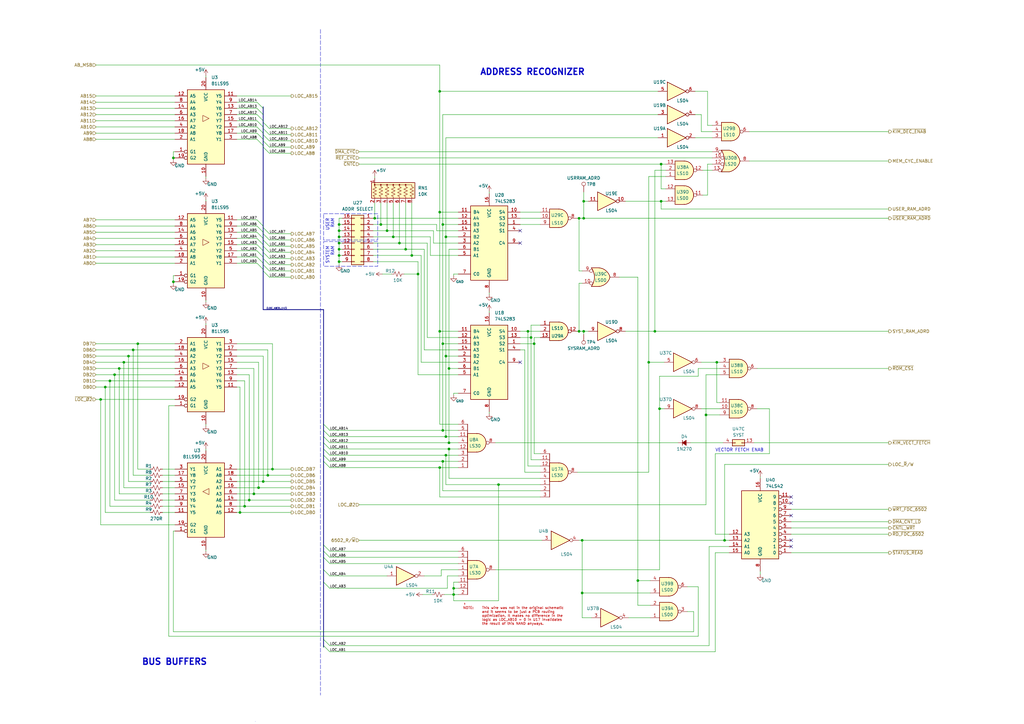
<source format=kicad_sch>
(kicad_sch (version 20230121) (generator eeschema)
  (paper "A3")
  (lib_symbols
    (symbol "74xx:74LS00" (pin_names (offset 1.016))
      (property "Reference" "U" (at 0 1.27 0))
      (property "Value" "74LS00" (at 0 -1.27 0))
      (symbol "74LS00_1_1"
        (pin input line (at -7.62 2.54 0) (length 3.81) (name "~") (number "1"))
        (pin input line (at -7.62 -2.54 0) (length 3.81) (name "~") (number "2"))
        (pin output inverted (at 7.62 0 180) (length 3.81) (name "~") (number "3"))
      )
      (symbol "74LS00_1_2"
        (pin input inverted (at -7.62 2.54 0) (length 4.318) (name "~") (number "1"))
        (pin input inverted (at -7.62 -2.54 0) (length 4.318) (name "~") (number "2"))
        (pin output line (at 7.62 0 180) (length 3.81) (name "~") (number "3"))
      )
      (symbol "74LS00_2_1"
        (pin input line (at -7.62 2.54 0) (length 3.81) (name "~") (number "4"))
        (pin input line (at -7.62 -2.54 0) (length 3.81) (name "~") (number "5"))
        (pin output inverted (at 7.62 0 180) (length 3.81) (name "~") (number "6"))
      )
      (symbol "74LS00_2_2"
        (pin input inverted (at -7.62 2.54 0) (length 4.318) (name "~") (number "4"))
        (pin input inverted (at -7.62 -2.54 0) (length 4.318) (name "~") (number "5"))
        (pin output line (at 7.62 0 180) (length 3.81) (name "~") (number "6"))
      )
      (symbol "74LS00_3_1"
        (pin input line (at -7.62 -2.54 0) (length 3.81) (name "~") (number "10"))
        (pin output inverted (at 7.62 0 180) (length 3.81) (name "~") (number "8"))
        (pin input line (at -7.62 2.54 0) (length 3.81) (name "~") (number "9"))
      )
      (symbol "74LS00_3_2"
        (pin input inverted (at -7.62 -2.54 0) (length 4.318) (name "~") (number "10"))
        (pin output line (at 7.62 0 180) (length 3.81) (name "~") (number "8"))
        (pin input inverted (at -7.62 2.54 0) (length 4.318) (name "~") (number "9"))
      )
      (symbol "74LS00_4_1"
        (pin output inverted (at 7.62 0 180) (length 3.81) (name "~") (number "11"))
        (pin input line (at -7.62 2.54 0) (length 3.81) (name "~") (number "12"))
        (pin input line (at -7.62 -2.54 0) (length 3.81) (name "~") (number "13"))
      )
      (symbol "74LS00_4_2"
        (pin output line (at 7.62 0 180) (length 3.81) (name "~") (number "11"))
        (pin input inverted (at -7.62 2.54 0) (length 4.318) (name "~") (number "12"))
        (pin input inverted (at -7.62 -2.54 0) (length 4.318) (name "~") (number "13"))
      )
      (symbol "74LS00_5_0"
        (pin power_in line (at 0 12.7 270) (length 5.08) (name "VCC") (number "14"))
        (pin power_in line (at 0 -12.7 90) (length 5.08) (name "GND") (number "7"))
      )
    )
    (symbol "74xx:74LS04"
      (property "Reference" "U" (at 0 1.27 0))
      (property "Value" "74LS04" (at 0 -1.27 0))
      (symbol "74LS04_1_0"
        (pin input line (at -7.62 0 0) (length 3.81) (name "~") (number "1"))
        (pin output inverted (at 7.62 0 180) (length 3.81) (name "~") (number "2"))
      )
      (symbol "74LS04_2_0"
        (pin input line (at -7.62 0 0) (length 3.81) (name "~") (number "3"))
        (pin output inverted (at 7.62 0 180) (length 3.81) (name "~") (number "4"))
      )
      (symbol "74LS04_3_0"
        (pin input line (at -7.62 0 0) (length 3.81) (name "~") (number "5"))
        (pin output inverted (at 7.62 0 180) (length 3.81) (name "~") (number "6"))
      )
      (symbol "74LS04_4_0"
        (pin output inverted (at 7.62 0 180) (length 3.81) (name "~") (number "8"))
        (pin input line (at -7.62 0 0) (length 3.81) (name "~") (number "9"))
      )
      (symbol "74LS04_5_0"
        (pin output inverted (at 7.62 0 180) (length 3.81) (name "~") (number "10"))
        (pin input line (at -7.62 0 0) (length 3.81) (name "~") (number "11"))
      )
      (symbol "74LS04_6_0"
        (pin output inverted (at 7.62 0 180) (length 3.81) (name "~") (number "12"))
        (pin input line (at -7.62 0 0) (length 3.81) (name "~") (number "13"))
      )
      (symbol "74LS04_7_0"
        (pin power_in line (at 0 12.7 270) (length 5.08) (name "VCC") (number "14"))
        (pin power_in line (at 0 -12.7 90) (length 5.08) (name "GND") (number "7"))
      )
    )
    (symbol "74xx:74LS10" (pin_names (offset 1.016))
      (property "Reference" "U" (at 0 1.27 0))
      (property "Value" "74LS10" (at 0 -1.27 0))
      (symbol "74LS10_1_1"
        (pin input line (at -7.62 2.54 0) (length 3.81) (name "~") (number "1"))
        (pin output inverted (at 7.62 0 180) (length 3.81) (name "~") (number "12"))
        (pin input line (at -7.62 -2.54 0) (length 3.81) (name "~") (number "13"))
        (pin input line (at -7.62 0 0) (length 3.81) (name "~") (number "2"))
      )
      (symbol "74LS10_1_2"
        (pin input inverted (at -7.62 2.54 0) (length 4.318) (name "~") (number "1"))
        (pin output line (at 7.62 0 180) (length 3.81) (name "~") (number "12"))
        (pin input inverted (at -7.62 -2.54 0) (length 4.318) (name "~") (number "13"))
        (pin input inverted (at -7.62 0 0) (length 4.953) (name "~") (number "2"))
      )
      (symbol "74LS10_2_1"
        (pin input line (at -7.62 2.54 0) (length 3.81) (name "~") (number "3"))
        (pin input line (at -7.62 0 0) (length 3.81) (name "~") (number "4"))
        (pin input line (at -7.62 -2.54 0) (length 3.81) (name "~") (number "5"))
        (pin output inverted (at 7.62 0 180) (length 3.81) (name "~") (number "6"))
      )
      (symbol "74LS10_2_2"
        (pin input inverted (at -7.62 2.54 0) (length 4.318) (name "~") (number "3"))
        (pin input inverted (at -7.62 0 0) (length 4.953) (name "~") (number "4"))
        (pin input inverted (at -7.62 -2.54 0) (length 4.318) (name "~") (number "5"))
        (pin output line (at 7.62 0 180) (length 3.81) (name "~") (number "6"))
      )
      (symbol "74LS10_3_1"
        (pin input line (at -7.62 0 0) (length 3.81) (name "~") (number "10"))
        (pin input line (at -7.62 -2.54 0) (length 3.81) (name "~") (number "11"))
        (pin output inverted (at 7.62 0 180) (length 3.81) (name "~") (number "8"))
        (pin input line (at -7.62 2.54 0) (length 3.81) (name "~") (number "9"))
      )
      (symbol "74LS10_3_2"
        (pin input inverted (at -7.62 0 0) (length 4.953) (name "~") (number "10"))
        (pin input inverted (at -7.62 -2.54 0) (length 4.318) (name "~") (number "11"))
        (pin output line (at 7.62 0 180) (length 3.81) (name "~") (number "8"))
        (pin input inverted (at -7.62 2.54 0) (length 4.318) (name "~") (number "9"))
      )
      (symbol "74LS10_4_0"
        (pin power_in line (at 0 12.7 270) (length 5.08) (name "VCC") (number "14"))
        (pin power_in line (at 0 -12.7 90) (length 5.08) (name "GND") (number "7"))
      )
    )
    (symbol "74xx:74LS20" (pin_names (offset 1.016))
      (property "Reference" "U" (at 0 1.27 0))
      (property "Value" "74LS20" (at 0 -1.27 0))
      (symbol "74LS20_1_1"
        (pin input line (at -7.62 3.81 0) (length 3.81) (name "~") (number "1"))
        (pin input line (at -7.62 1.27 0) (length 3.81) (name "~") (number "2"))
        (pin input line (at -7.62 -1.27 0) (length 3.81) (name "~") (number "4"))
        (pin input line (at -7.62 -3.81 0) (length 3.81) (name "~") (number "5"))
        (pin output inverted (at 7.62 0 180) (length 3.81) (name "~") (number "6"))
      )
      (symbol "74LS20_1_2"
        (pin input inverted (at -7.62 3.81 0) (length 3.81) (name "~") (number "1"))
        (pin input inverted (at -7.62 1.27 0) (length 4.826) (name "~") (number "2"))
        (pin input inverted (at -7.62 -1.27 0) (length 4.826) (name "~") (number "4"))
        (pin input inverted (at -7.62 -3.81 0) (length 3.81) (name "~") (number "5"))
        (pin output line (at 7.62 0 180) (length 3.81) (name "~") (number "6"))
      )
      (symbol "74LS20_2_1"
        (pin input line (at -7.62 1.27 0) (length 3.81) (name "~") (number "10"))
        (pin input line (at -7.62 -1.27 0) (length 3.81) (name "~") (number "12"))
        (pin input line (at -7.62 -3.81 0) (length 3.81) (name "~") (number "13"))
        (pin output inverted (at 7.62 0 180) (length 3.81) (name "~") (number "8"))
        (pin input line (at -7.62 3.81 0) (length 3.81) (name "~") (number "9"))
      )
      (symbol "74LS20_2_2"
        (pin input inverted (at -7.62 1.27 0) (length 4.826) (name "~") (number "10"))
        (pin input inverted (at -7.62 -1.27 0) (length 4.826) (name "~") (number "12"))
        (pin input inverted (at -7.62 -3.81 0) (length 3.81) (name "~") (number "13"))
        (pin output line (at 7.62 0 180) (length 3.81) (name "~") (number "8"))
        (pin input inverted (at -7.62 3.81 0) (length 3.81) (name "~") (number "9"))
      )
      (symbol "74LS20_3_0"
        (pin power_in line (at 0 12.7 270) (length 5.08) (name "VCC") (number "14"))
        (pin power_in line (at 0 -12.7 90) (length 5.08) (name "GND") (number "7"))
      )
    )
    (symbol "Connector:TestPoint" (pin_numbers hide) (pin_names (offset 0.762) hide)
      (property "Reference" "TP" (at 0 6.858 0))
      (property "Value" "TestPoint" (at 0 5.08 0))
      (symbol "TestPoint_1_1"
        (pin passive line (at 0 0 90) (length 2.54) (name "1") (number "1"))
      )
    )
    (symbol "Connector_Generic:Conn_02x08_Counter_Clockwise" (pin_names (offset 1.016) hide)
      (property "Reference" "J" (at 1.27 10.16 0))
      (property "Value" "Conn_02x08_Counter_Clockwise" (at 1.27 -12.7 0))
      (symbol "Conn_02x08_Counter_Clockwise_1_1"
        (pin passive line (at -5.08 7.62 0) (length 3.81) (name "Pin_1") (number "1"))
        (pin passive line (at 7.62 -7.62 180) (length 3.81) (name "Pin_10") (number "10"))
        (pin passive line (at 7.62 -5.08 180) (length 3.81) (name "Pin_11") (number "11"))
        (pin passive line (at 7.62 -2.54 180) (length 3.81) (name "Pin_12") (number "12"))
        (pin passive line (at 7.62 0 180) (length 3.81) (name "Pin_13") (number "13"))
        (pin passive line (at 7.62 2.54 180) (length 3.81) (name "Pin_14") (number "14"))
        (pin passive line (at 7.62 5.08 180) (length 3.81) (name "Pin_15") (number "15"))
        (pin passive line (at 7.62 7.62 180) (length 3.81) (name "Pin_16") (number "16"))
        (pin passive line (at -5.08 5.08 0) (length 3.81) (name "Pin_2") (number "2"))
        (pin passive line (at -5.08 2.54 0) (length 3.81) (name "Pin_3") (number "3"))
        (pin passive line (at -5.08 0 0) (length 3.81) (name "Pin_4") (number "4"))
        (pin passive line (at -5.08 -2.54 0) (length 3.81) (name "Pin_5") (number "5"))
        (pin passive line (at -5.08 -5.08 0) (length 3.81) (name "Pin_6") (number "6"))
        (pin passive line (at -5.08 -7.62 0) (length 3.81) (name "Pin_7") (number "7"))
        (pin passive line (at -5.08 -10.16 0) (length 3.81) (name "Pin_8") (number "8"))
        (pin passive line (at 7.62 -10.16 180) (length 3.81) (name "Pin_9") (number "9"))
      )
    )
    (symbol "DIP:Conn_02x08_U47" (pin_names (offset 1.016) hide)
      (property "Reference" "J" (at 1.905 2.54 0))
      (property "Value" "Conn_02x08_Counter_Clockwise" (at 1.905 -2.54 0))
      (symbol "Conn_02x08_U47_1_1"
        (pin passive line (at -5.08 2.54 0) (length 3.81) (name "Pin_1") (number "1"))
        (pin passive line (at 7.62 0 180) (length 3.81) (name "Pin_15") (number "15"))
        (pin passive line (at 7.62 2.54 180) (length 3.81) (name "Pin_16") (number "16"))
        (pin passive line (at -5.08 0 0) (length 3.81) (name "Pin_2") (number "2"))
      )
      (symbol "Conn_02x08_U47_2_1"
        (pin passive line (at 7.62 0 180) (length 3.81) (name "Pin_12") (number "12"))
        (pin passive line (at 7.62 2.54 180) (length 3.81) (name "Pin_14") (number "14"))
        (pin passive line (at -5.08 2.54 0) (length 3.81) (name "Pin_3") (number "3"))
        (pin passive line (at -5.08 0 0) (length 3.81) (name "Pin_5") (number "5"))
      )
      (symbol "Conn_02x08_U47_3_1"
        (pin passive line (at 7.62 0 180) (length 3.81) (name "Pin_13") (number "13"))
        (pin passive line (at -5.08 0 0) (length 3.81) (name "Pin_4") (number "4"))
      )
      (symbol "Conn_02x08_U47_4_1"
        (pin passive line (at 7.62 0 180) (length 3.81) (name "Pin_11") (number "11"))
        (pin passive line (at -5.08 0 0) (length 3.81) (name "Pin_6") (number "6"))
      )
      (symbol "Conn_02x08_U47_5_1"
        (pin passive line (at 7.62 0 180) (length 3.81) (name "Pin_10") (number "10"))
        (pin passive line (at -5.08 0 0) (length 3.81) (name "Pin_7") (number "7"))
      )
      (symbol "Conn_02x08_U47_6_1"
        (pin passive line (at -5.08 0 0) (length 3.81) (name "Pin_8") (number "8"))
        (pin passive line (at 7.62 0 180) (length 3.81) (name "Pin_9") (number "9"))
      )
    )
    (symbol "Device:D_Small_Filled" (pin_numbers hide) (pin_names (offset 0.254) hide)
      (property "Reference" "D" (at -1.27 2.032 0))
      (property "Value" "D_Small_Filled" (at -3.81 -2.032 0))
      (symbol "D_Small_Filled_1_1"
        (pin passive line (at -2.54 0 0) (length 1.778) (name "K") (number "1"))
        (pin passive line (at 2.54 0 180) (length 1.778) (name "A") (number "2"))
      )
    )
    (symbol "Device:R_Network07_US" (pin_names (offset 0) hide)
      (property "Reference" "RN" (at -10.16 0 90))
      (property "Value" "R_Network07_US" (at 10.16 0 90))
      (symbol "R_Network07_US_1_1"
        (pin passive line (at -7.62 5.08 270) (length 2.54) (name "common") (number "1"))
        (pin passive line (at -7.62 -5.08 90) (length 1.27) (name "R1") (number "2"))
        (pin passive line (at -5.08 -5.08 90) (length 1.27) (name "R2") (number "3"))
        (pin passive line (at -2.54 -5.08 90) (length 1.27) (name "R3") (number "4"))
        (pin passive line (at 0 -5.08 90) (length 1.27) (name "R4") (number "5"))
        (pin passive line (at 2.54 -5.08 90) (length 1.27) (name "R5") (number "6"))
        (pin passive line (at 5.08 -5.08 90) (length 1.27) (name "R6") (number "7"))
        (pin passive line (at 7.62 -5.08 90) (length 1.27) (name "R7") (number "8"))
      )
    )
    (symbol "Device:R_Small_US" (pin_numbers hide) (pin_names (offset 0.254) hide)
      (property "Reference" "R" (at 0.762 0.508 0))
      (property "Value" "R_Small_US" (at 0.762 -1.016 0))
      (symbol "R_Small_US_1_1"
        (pin passive line (at 0 2.54 270) (length 1.016) (name "~") (number "1"))
        (pin passive line (at 0 -2.54 90) (length 1.016) (name "~") (number "2"))
      )
    )
    (symbol "LS_Logic:74LS283" (pin_names (offset 1.016))
      (property "Reference" "U28" (at 2.1941 19.685 0))
      (property "Value" "74LS283" (at 2.1941 17.145 0))
      (symbol "74LS283_1_0"
        (pin output line (at 12.7 7.62 180) (length 5.08) (name "S2") (number "1"))
        (pin output line (at 12.7 12.7 180) (length 5.08) (name "S4") (number "10"))
        (pin input line (at -12.7 12.7 0) (length 5.08) (name "B4") (number "11"))
        (pin input line (at -12.7 10.16 0) (length 5.08) (name "A4") (number "12"))
        (pin output line (at 12.7 10.16 180) (length 5.08) (name "S3") (number "13"))
        (pin input line (at -12.7 5.08 0) (length 5.08) (name "A3") (number "14"))
        (pin input line (at -12.7 7.62 0) (length 5.08) (name "B3") (number "15"))
        (pin power_in line (at 0 20.32 270) (length 5.08) (name "VCC") (number "16"))
        (pin input line (at -12.7 2.54 0) (length 5.08) (name "B2") (number "2"))
        (pin input line (at -12.7 0 0) (length 5.08) (name "A2") (number "3"))
        (pin output line (at 12.7 5.08 180) (length 5.08) (name "S1") (number "4"))
        (pin input line (at -12.7 -5.08 0) (length 5.08) (name "A1") (number "5"))
        (pin input line (at -12.7 -2.54 0) (length 5.08) (name "B1") (number "6"))
        (pin input line (at -12.7 -12.7 0) (length 5.08) (name "C0") (number "7"))
        (pin power_in line (at 0 -20.32 90) (length 5.08) (name "GND") (number "8"))
        (pin output line (at 12.7 0 180) (length 5.08) (name "C4") (number "9"))
      )
    )
    (symbol "LS_Logic:74LS30_U17" (pin_names (offset 1.016))
      (property "Reference" "U" (at -5.08 12.7 0))
      (property "Value" "74LS30_U8" (at -5.08 10.16 0))
      (symbol "74LS30_U17_1_1"
        (pin input line (at -7.62 -5.08 0) (length 3.81) (name "~") (number "1"))
        (pin input line (at -7.62 5.08 0) (length 3.81) (name "~") (number "11"))
        (pin input line (at -7.62 2.54 0) (length 3.81) (name "~") (number "12"))
        (pin input line (at -7.62 -7.62 0) (length 3.81) (name "~") (number "2"))
        (pin input line (at -7.62 -10.16 0) (length 3.81) (name "~") (number "3"))
        (pin input line (at -7.62 -2.54 0) (length 3.81) (name "~") (number "4"))
        (pin input line (at -7.62 0 0) (length 3.81) (name "~") (number "5"))
        (pin input line (at -7.62 7.62 0) (length 3.81) (name "~") (number "6"))
        (pin output inverted (at 7.62 0 180) (length 3.81) (name "~") (number "8"))
      )
      (symbol "74LS30_U17_1_2"
        (pin input inverted (at -7.62 7.62 0) (length 3.81) (name "~") (number "1"))
        (pin input inverted (at -7.62 -7.62 0) (length 3.81) (name "~") (number "11"))
        (pin input inverted (at -7.62 -10.16 0) (length 3.81) (name "~") (number "12"))
        (pin input inverted (at -7.62 5.08 0) (length 3.81) (name "~") (number "2"))
        (pin input inverted (at -7.62 2.54 0) (length 4.5466) (name "~") (number "3"))
        (pin input inverted (at -7.62 0 0) (length 5.08) (name "~") (number "4"))
        (pin input inverted (at -7.62 -2.54 0) (length 4.5466) (name "~") (number "5"))
        (pin input inverted (at -7.62 -5.08 0) (length 3.81) (name "~") (number "6"))
        (pin output line (at 7.62 0 180) (length 3.81) (name "~") (number "8"))
      )
      (symbol "74LS30_U17_2_0"
        (pin power_in line (at 0 12.7 270) (length 5.08) (name "VCC") (number "14"))
        (pin power_in line (at 0 -12.7 90) (length 5.08) (name "GND") (number "7"))
      )
    )
    (symbol "LS_Logic:74LS30_U7" (pin_names (offset 1.016))
      (property "Reference" "U" (at -5.08 12.7 0))
      (property "Value" "74LS30_U8" (at -5.08 10.16 0))
      (symbol "74LS30_U7_1_1"
        (pin input line (at -7.62 0 0) (length 3.81) (name "~") (number "1"))
        (pin no_connect non_logic (at -3.81 -1.905 0) (length 3.81) hide (name "~") (number "10"))
        (pin input line (at -7.62 -5.08 0) (length 3.81) (name "~") (number "11"))
        (pin input line (at -7.62 -7.62 0) (length 3.81) (name "~") (number "12"))
        (pin input line (at -7.62 -10.16 0) (length 3.81) (name "~") (number "2"))
        (pin input line (at -7.62 -2.54 0) (length 3.81) (name "~") (number "3"))
        (pin input line (at -7.62 2.54 0) (length 3.81) (name "~") (number "4"))
        (pin input line (at -7.62 5.08 0) (length 3.81) (name "~") (number "5"))
        (pin input line (at -7.62 7.62 0) (length 3.81) (name "~") (number "6"))
        (pin output inverted (at 7.62 0 180) (length 3.81) (name "~") (number "8"))
        (pin no_connect non_logic (at -3.81 1.905 0) (length 3.81) hide (name "~") (number "9"))
      )
      (symbol "74LS30_U7_1_2"
        (pin input inverted (at -7.62 7.62 0) (length 3.81) (name "~") (number "1"))
        (pin input inverted (at -7.62 -7.62 0) (length 3.81) (name "~") (number "11"))
        (pin input inverted (at -7.62 -10.16 0) (length 3.81) (name "~") (number "12"))
        (pin input inverted (at -7.62 5.08 0) (length 3.81) (name "~") (number "2"))
        (pin input inverted (at -7.62 2.54 0) (length 4.5466) (name "~") (number "3"))
        (pin input inverted (at -7.62 0 0) (length 5.08) (name "~") (number "4"))
        (pin input inverted (at -7.62 -2.54 0) (length 4.5466) (name "~") (number "5"))
        (pin input inverted (at -7.62 -5.08 0) (length 3.81) (name "~") (number "6"))
        (pin output line (at 7.62 0 180) (length 3.81) (name "~") (number "8"))
      )
      (symbol "74LS30_U7_2_0"
        (pin power_in line (at 0 12.7 270) (length 5.08) (name "VCC") (number "14"))
        (pin power_in line (at 0 -12.7 90) (length 5.08) (name "GND") (number "7"))
      )
    )
    (symbol "LS_Logic:74LS30_U8" (pin_names (offset 1.016))
      (property "Reference" "U" (at -5.08 12.7 0))
      (property "Value" "74LS30_U8" (at -5.08 10.16 0))
      (symbol "74LS30_U8_1_1"
        (pin input line (at -7.62 -10.16 0) (length 3.81) (name "~") (number "1"))
        (pin input line (at -7.62 2.54 0) (length 3.81) (name "~") (number "11"))
        (pin input line (at -7.62 -2.54 0) (length 3.81) (name "~") (number "12"))
        (pin input line (at -7.62 -7.62 0) (length 3.81) (name "~") (number "2"))
        (pin input line (at -7.62 -5.08 0) (length 3.81) (name "~") (number "3"))
        (pin input line (at -7.62 0 0) (length 3.81) (name "~") (number "4"))
        (pin input line (at -7.62 5.08 0) (length 3.81) (name "~") (number "5"))
        (pin input line (at -7.62 7.62 0) (length 3.81) (name "~") (number "6"))
        (pin output inverted (at 7.62 0 180) (length 3.81) (name "~") (number "8"))
      )
      (symbol "74LS30_U8_1_2"
        (pin input inverted (at -7.62 7.62 0) (length 3.81) (name "~") (number "1"))
        (pin input inverted (at -7.62 -7.62 0) (length 3.81) (name "~") (number "11"))
        (pin input inverted (at -7.62 -10.16 0) (length 3.81) (name "~") (number "12"))
        (pin input inverted (at -7.62 5.08 0) (length 3.81) (name "~") (number "2"))
        (pin input inverted (at -7.62 2.54 0) (length 4.5466) (name "~") (number "3"))
        (pin input inverted (at -7.62 0 0) (length 5.08) (name "~") (number "4"))
        (pin input inverted (at -7.62 -2.54 0) (length 4.5466) (name "~") (number "5"))
        (pin input inverted (at -7.62 -5.08 0) (length 3.81) (name "~") (number "6"))
        (pin output line (at 7.62 0 180) (length 3.81) (name "~") (number "8"))
      )
      (symbol "74LS30_U8_2_0"
        (pin power_in line (at 0 12.7 270) (length 5.08) (name "VCC") (number "14"))
        (pin power_in line (at 0 -12.7 90) (length 5.08) (name "GND") (number "7"))
      )
    )
    (symbol "LS_Logic:74LS42_U40" (pin_names (offset 1.016))
      (property "Reference" "U" (at -7.62 13.97 0))
      (property "Value" "74LS42_U40" (at -7.62 -16.51 0))
      (symbol "74LS42_U40_1_0"
        (pin output inverted (at 12.7 -12.7 180) (length 5.08) (name "0") (number "1"))
        (pin output inverted (at 12.7 7.62 180) (length 5.08) (name "8") (number "10"))
        (pin output inverted (at 12.7 10.16 180) (length 5.08) (name "9") (number "11"))
        (pin input line (at -12.7 -5.08 0) (length 5.08) (name "A3") (number "12"))
        (pin input line (at -12.7 -7.62 0) (length 5.08) (name "A2") (number "13"))
        (pin input line (at -12.7 -10.16 0) (length 5.08) (name "A1") (number "14"))
        (pin input line (at -12.7 -12.7 0) (length 5.08) (name "A0") (number "15"))
        (pin power_in line (at 0 17.78 270) (length 5.08) (name "VCC") (number "16"))
        (pin output inverted (at 12.7 -10.16 180) (length 5.08) (name "1") (number "2"))
        (pin output inverted (at 12.7 -7.62 180) (length 5.08) (name "2") (number "3"))
        (pin output inverted (at 12.7 -5.08 180) (length 5.08) (name "3") (number "4"))
        (pin output inverted (at 12.7 -2.54 180) (length 5.08) (name "4") (number "5"))
        (pin output inverted (at 12.7 0 180) (length 5.08) (name "5") (number "6"))
        (pin output inverted (at 12.7 2.54 180) (length 5.08) (name "6") (number "7"))
        (pin power_in line (at 0 -20.32 90) (length 5.08) (name "GND") (number "8"))
        (pin output inverted (at 12.7 5.08 180) (length 5.08) (name "7") (number "9"))
      )
    )
    (symbol "LS_Logic:81LS95_U1_U2" (pin_names (offset 1.016))
      (property "Reference" "U1" (at 2.1941 20.32 0))
      (property "Value" "81LS95_U1_U2" (at 2.1941 17.78 0))
      (symbol "81LS95_U1_U2_1_0"
        (pin input inverted (at -12.7 -10.16 0) (length 5.08) (name "G1") (number "1"))
        (pin power_in line (at 0 -20.32 90) (length 5.08) (name "GND") (number "10"))
        (pin tri_state line (at 12.7 12.7 180) (length 5.08) (name "Y5") (number "11"))
        (pin input line (at -12.7 12.7 0) (length 5.08) (name "A5") (number "12"))
        (pin tri_state line (at 12.7 7.62 180) (length 5.08) (name "Y6") (number "13"))
        (pin input line (at -12.7 7.62 0) (length 5.08) (name "A6") (number "14"))
        (pin tri_state line (at 12.7 2.54 180) (length 5.08) (name "Y7") (number "15"))
        (pin input line (at -12.7 2.54 0) (length 5.08) (name "A7") (number "16"))
        (pin tri_state line (at 12.7 -2.54 180) (length 5.08) (name "Y8") (number "17"))
        (pin input line (at -12.7 -2.54 0) (length 5.08) (name "A8") (number "18"))
        (pin input inverted (at -12.7 -12.7 0) (length 5.08) (name "G2") (number "19"))
        (pin input line (at -12.7 -5.08 0) (length 5.08) (name "A1") (number "2"))
        (pin power_in line (at 0 20.32 270) (length 5.08) (name "VCC") (number "20"))
        (pin tri_state line (at 12.7 -5.08 180) (length 5.08) (name "Y1") (number "3"))
        (pin input line (at -12.7 0 0) (length 5.08) (name "A2") (number "4"))
        (pin tri_state line (at 12.7 0 180) (length 5.08) (name "Y2") (number "5"))
        (pin input line (at -12.7 5.08 0) (length 5.08) (name "A3") (number "6"))
        (pin tri_state line (at 12.7 5.08 180) (length 5.08) (name "Y3") (number "7"))
        (pin input line (at -12.7 10.16 0) (length 5.08) (name "A4") (number "8"))
        (pin tri_state line (at 12.7 10.16 180) (length 5.08) (name "Y4") (number "9"))
      )
    )
    (symbol "LS_Logic:81LS95_U3" (pin_names (offset 1.016))
      (property "Reference" "U1" (at 2.1941 20.32 0))
      (property "Value" "81LS95_U3" (at 2.1941 17.78 0))
      (symbol "81LS95_U3_1_0"
        (pin input inverted (at -12.7 -12.7 0) (length 5.08) (name "G1") (number "1"))
        (pin power_in line (at 0 -20.32 90) (length 5.08) (name "GND") (number "10"))
        (pin tri_state line (at 12.7 -5.08 180) (length 5.08) (name "Y5") (number "11"))
        (pin input line (at -12.7 -5.08 0) (length 5.08) (name "A5") (number "12"))
        (pin tri_state line (at 12.7 0 180) (length 5.08) (name "Y6") (number "13"))
        (pin input line (at -12.7 0 0) (length 5.08) (name "A6") (number "14"))
        (pin tri_state line (at 12.7 5.08 180) (length 5.08) (name "Y7") (number "15"))
        (pin input line (at -12.7 5.08 0) (length 5.08) (name "A7") (number "16"))
        (pin tri_state line (at 12.7 10.16 180) (length 5.08) (name "Y8") (number "17"))
        (pin input line (at -12.7 10.16 0) (length 5.08) (name "A8") (number "18"))
        (pin input inverted (at -12.7 -10.16 0) (length 5.08) (name "G2") (number "19"))
        (pin input line (at -12.7 12.7 0) (length 5.08) (name "A1") (number "2"))
        (pin power_in line (at 0 20.32 270) (length 5.08) (name "VCC") (number "20"))
        (pin tri_state line (at 12.7 12.7 180) (length 5.08) (name "Y1") (number "3"))
        (pin input line (at -12.7 7.62 0) (length 5.08) (name "A2") (number "4"))
        (pin tri_state line (at 12.7 7.62 180) (length 5.08) (name "Y2") (number "5"))
        (pin input line (at -12.7 2.54 0) (length 5.08) (name "A3") (number "6"))
        (pin tri_state line (at 12.7 2.54 180) (length 5.08) (name "Y3") (number "7"))
        (pin input line (at -12.7 -2.54 0) (length 5.08) (name "A4") (number "8"))
        (pin tri_state line (at 12.7 -2.54 180) (length 5.08) (name "Y4") (number "9"))
      )
    )
    (symbol "LS_Logic:81LS95_U9" (pin_names (offset 1.016))
      (property "Reference" "U1" (at 2.1941 20.32 0))
      (property "Value" "81LS95_U9" (at 2.1941 17.78 0))
      (symbol "81LS95_U9_1_0"
        (pin input inverted (at 12.7 -12.7 180) (length 5.08) (name "G1") (number "1"))
        (pin power_in line (at 0 -20.32 90) (length 5.08) (name "GND") (number "10"))
        (pin tri_state line (at 12.7 -5.08 180) (length 5.08) (name "Y5") (number "11"))
        (pin input line (at -12.7 -5.08 0) (length 5.08) (name "A5") (number "12"))
        (pin tri_state line (at 12.7 0 180) (length 5.08) (name "Y6") (number "13"))
        (pin input line (at -12.7 0 0) (length 5.08) (name "A6") (number "14"))
        (pin tri_state line (at 12.7 5.08 180) (length 5.08) (name "Y7") (number "15"))
        (pin input line (at -12.7 5.08 0) (length 5.08) (name "A7") (number "16"))
        (pin tri_state line (at 12.7 10.16 180) (length 5.08) (name "Y8") (number "17"))
        (pin input line (at -12.7 10.16 0) (length 5.08) (name "A8") (number "18"))
        (pin input inverted (at 12.7 -10.16 180) (length 5.08) (name "G2") (number "19"))
        (pin input line (at -12.7 12.7 0) (length 5.08) (name "A1") (number "2"))
        (pin power_in line (at 0 20.32 270) (length 5.08) (name "VCC") (number "20"))
        (pin tri_state line (at 12.7 12.7 180) (length 5.08) (name "Y1") (number "3"))
        (pin input line (at -12.7 7.62 0) (length 5.08) (name "A2") (number "4"))
        (pin tri_state line (at 12.7 7.62 180) (length 5.08) (name "Y2") (number "5"))
        (pin input line (at -12.7 2.54 0) (length 5.08) (name "A3") (number "6"))
        (pin tri_state line (at 12.7 2.54 180) (length 5.08) (name "Y3") (number "7"))
        (pin input line (at -12.7 -2.54 0) (length 5.08) (name "A4") (number "8"))
        (pin tri_state line (at 12.7 -2.54 180) (length 5.08) (name "Y4") (number "9"))
      )
    )
    (symbol "power:+5V" (power) (pin_names (offset 0))
      (property "Value" "+5V" (at 0 3.556 0))
      (symbol "+5V_1_1"
        (pin power_in line (at 0 0 90) (length 0) hide (name "+5V") (number "1"))
      )
    )
    (symbol "power:GND" (power) (pin_names (offset 0))
      (property "Value" "GND" (at 0 -3.81 0))
      (symbol "GND_1_1"
        (pin power_in line (at 0 0 270) (length 0) hide (name "GND") (number "1"))
      )
    )
  )
  (junction (at 237.49 135.89))
  (junction (at 184.15 184.15))
  (junction (at 270.51 167.64))
  (junction (at 217.805 138.43))
  (junction (at 153.67 89.535))
  (junction (at 52.705 146.05))
  (junction (at 156.21 92.075))
  (junction (at 266.065 148.59))
  (junction (at 186.055 241.3))
  (junction (at 216.535 135.89))
  (junction (at 139.065 97.155))
  (junction (at 271.145 67.31))
  (junction (at 102.235 205.105))
  (junction (at 111.76 192.405))
  (junction (at 50.8 148.59))
  (junction (at 239.395 82.55))
  (junction (at 181.61 92.075))
  (junction (at 180.34 191.77))
  (junction (at 56.515 140.97))
  (junction (at 46.99 153.67))
  (junction (at 71.12 64.77))
  (junction (at 182.88 146.05))
  (junction (at 54.61 143.51))
  (junction (at 48.895 151.13))
  (junction (at 139.065 92.075))
  (junction (at 181.61 176.53))
  (junction (at 163.83 99.695))
  (junction (at 71.12 115.57))
  (junction (at 98.425 210.185))
  (junction (at 166.37 102.235))
  (junction (at 180.34 37.465))
  (junction (at 239.395 89.535))
  (junction (at 271.145 82.55))
  (junction (at 139.065 107.315))
  (junction (at 45.085 156.21))
  (junction (at 41.275 163.83))
  (junction (at 239.395 135.89))
  (junction (at 100.33 207.645))
  (junction (at 43.18 158.75))
  (junction (at 168.91 104.775))
  (junction (at 161.29 97.155))
  (junction (at 268.605 135.89))
  (junction (at 219.075 140.97))
  (junction (at 182.88 179.07))
  (junction (at 180.34 86.995))
  (junction (at 139.065 102.235))
  (junction (at 184.15 151.13))
  (junction (at 238.76 243.205))
  (junction (at 158.75 94.615))
  (junction (at 204.47 198.755))
  (junction (at 237.49 89.535))
  (junction (at 104.14 202.565))
  (junction (at 294.005 148.59))
  (junction (at 184.15 181.61))
  (junction (at 238.76 221.615))
  (junction (at 289.56 170.18))
  (junction (at 171.45 112.395))
  (junction (at 297.18 221.615))
  (junction (at 107.95 197.485))
  (junction (at 181.61 189.23))
  (junction (at 180.34 135.89))
  (junction (at 139.065 94.615))
  (junction (at 181.61 140.97))
  (junction (at 139.065 104.775))
  (junction (at 182.88 97.155))
  (junction (at 106.045 200.025))
  (junction (at 109.855 194.945))
  (junction (at 182.88 186.69))
  (junction (at 186.055 243.84))
  (junction (at 139.065 99.695))
  (junction (at 261.62 238.125))
  (no_connect (at 213.36 94.615))
  (no_connect (at 213.36 99.695))
  (no_connect (at 213.36 148.59))
  (no_connect (at 324.485 206.375))
  (no_connect (at 324.485 221.615))
  (no_connect (at 324.485 224.155))
  (no_connect (at 324.485 211.455))
  (no_connect (at 324.485 203.835))
  (bus_entry (at 105.41 52.07) (size 2.54 2.54))
  (bus_entry (at 105.41 54.61) (size 2.54 2.54))
  (bus_entry (at 132.715 189.23) (size 2.54 2.54))
  (bus_entry (at 107.95 50.165) (size 2.54 2.54))
  (bus_entry (at 107.95 95.885) (size 2.54 2.54))
  (bus_entry (at 107.95 103.505) (size 2.54 2.54))
  (bus_entry (at 107.95 57.785) (size 2.54 2.54))
  (bus_entry (at 105.41 90.17) (size 2.54 2.54))
  (bus_entry (at 132.715 228.6) (size 2.54 2.54))
  (bus_entry (at 105.41 107.95) (size 2.54 2.54))
  (bus_entry (at 105.41 102.87) (size 2.54 2.54))
  (bus_entry (at 105.41 100.33) (size 2.54 2.54))
  (bus_entry (at 132.715 264.795) (size 2.54 2.54))
  (bus_entry (at 132.715 223.52) (size 2.54 2.54))
  (bus_entry (at 105.41 49.53) (size 2.54 2.54))
  (bus_entry (at 107.95 55.245) (size 2.54 2.54))
  (bus_entry (at 132.715 173.99) (size 2.54 2.54))
  (bus_entry (at 105.41 105.41) (size 2.54 2.54))
  (bus_entry (at 132.715 262.255) (size 2.54 2.54))
  (bus_entry (at 132.715 179.07) (size 2.54 2.54))
  (bus_entry (at 107.95 100.965) (size 2.54 2.54))
  (bus_entry (at 107.95 52.705) (size 2.54 2.54))
  (bus_entry (at 105.41 95.25) (size 2.54 2.54))
  (bus_entry (at 107.95 108.585) (size 2.54 2.54))
  (bus_entry (at 107.95 93.345) (size 2.54 2.54))
  (bus_entry (at 132.715 184.15) (size 2.54 2.54))
  (bus_entry (at 107.95 111.125) (size 2.54 2.54))
  (bus_entry (at 132.715 226.06) (size 2.54 2.54))
  (bus_entry (at 105.41 46.99) (size 2.54 2.54))
  (bus_entry (at 132.715 238.76) (size 2.54 2.54))
  (bus_entry (at 132.715 186.69) (size 2.54 2.54))
  (bus_entry (at 107.95 60.325) (size 2.54 2.54))
  (bus_entry (at 105.41 92.71) (size 2.54 2.54))
  (bus_entry (at 107.95 106.045) (size 2.54 2.54))
  (bus_entry (at 105.41 41.91) (size 2.54 2.54))
  (bus_entry (at 105.41 97.79) (size 2.54 2.54))
  (bus_entry (at 105.41 57.15) (size 2.54 2.54))
  (bus_entry (at 107.95 98.425) (size 2.54 2.54))
  (bus_entry (at 105.41 44.45) (size 2.54 2.54))
  (bus_entry (at 132.715 176.53) (size 2.54 2.54))
  (bus_entry (at 132.715 233.68) (size 2.54 2.54))
  (bus_entry (at 132.715 181.61) (size 2.54 2.54))
  (bus (pts (xy 132.715 184.15) (xy 132.715 186.69)))
  (wire (pts (xy 299.085 224.155) (xy 290.83 224.155)))
  (wire (pts (xy 39.37 100.33) (xy 71.755 100.33)))
  (wire (pts (xy 180.34 135.89) (xy 180.34 173.99)))
  (wire (pts (xy 237.49 89.535) (xy 239.395 89.535)))
  (wire (pts (xy 153.035 92.075) (xy 156.21 92.075)))
  (wire (pts (xy 216.535 135.89) (xy 216.535 191.135)))
  (wire (pts (xy 172.72 148.59) (xy 187.96 148.59)))
  (bus (pts (xy 132.715 176.53) (xy 132.715 179.07)))
  (wire (pts (xy 200.66 127.635) (xy 200.66 128.27)))
  (wire (pts (xy 84.455 72.39) (xy 84.455 73.025)))
  (bus (pts (xy 132.715 181.61) (xy 132.715 184.15)))
  (bus (pts (xy 107.95 106.045) (xy 107.95 107.95)))
  (wire (pts (xy 290.195 80.01) (xy 288.29 80.01)))
  (wire (pts (xy 281.94 240.665) (xy 286.385 240.665)))
  (wire (pts (xy 39.37 156.21) (xy 45.085 156.21)))
  (wire (pts (xy 180.34 173.99) (xy 187.96 173.99)))
  (wire (pts (xy 153.67 89.535) (xy 187.96 89.535)))
  (wire (pts (xy 56.515 140.97) (xy 71.755 140.97)))
  (bus (pts (xy 107.95 52.705) (xy 107.95 54.61)))
  (wire (pts (xy 153.67 73.025) (xy 153.67 72.39)))
  (wire (pts (xy 204.47 198.755) (xy 182.88 198.755)))
  (wire (pts (xy 182.88 186.69) (xy 187.96 186.69)))
  (wire (pts (xy 39.37 163.83) (xy 41.275 163.83)))
  (wire (pts (xy 97.155 39.37) (xy 119.38 39.37)))
  (wire (pts (xy 307.34 53.975) (xy 364.49 53.975)))
  (wire (pts (xy 39.37 95.25) (xy 71.755 95.25)))
  (wire (pts (xy 45.085 156.21) (xy 45.085 207.645)))
  (wire (pts (xy 52.705 197.485) (xy 61.595 197.485)))
  (wire (pts (xy 163.83 99.695) (xy 175.26 99.695)))
  (wire (pts (xy 242.57 253.365) (xy 238.76 253.365)))
  (wire (pts (xy 294.005 165.1) (xy 294.005 148.59)))
  (wire (pts (xy 163.83 83.185) (xy 163.83 99.695)))
  (wire (pts (xy 97.155 194.945) (xy 109.855 194.945)))
  (wire (pts (xy 290.195 67.31) (xy 290.195 80.01)))
  (wire (pts (xy 213.36 92.075) (xy 221.615 92.075)))
  (wire (pts (xy 181.61 140.97) (xy 181.61 176.53)))
  (wire (pts (xy 97.155 95.25) (xy 105.41 95.25)))
  (bus (pts (xy 132.715 127) (xy 132.715 173.99)))
  (wire (pts (xy 153.035 102.235) (xy 166.37 102.235)))
  (wire (pts (xy 158.75 83.185) (xy 158.75 94.615)))
  (wire (pts (xy 186.055 241.3) (xy 187.96 241.3)))
  (wire (pts (xy 39.37 41.91) (xy 71.755 41.91)))
  (wire (pts (xy 295.275 170.18) (xy 289.56 170.18)))
  (wire (pts (xy 69.215 166.37) (xy 69.215 260.985)))
  (wire (pts (xy 239.395 89.535) (xy 364.49 89.535)))
  (wire (pts (xy 219.075 140.97) (xy 219.075 186.055)))
  (wire (pts (xy 97.155 107.95) (xy 105.41 107.95)))
  (wire (pts (xy 97.155 158.75) (xy 98.425 158.75)))
  (bus (pts (xy 107.95 105.41) (xy 107.95 106.045)))
  (bus (pts (xy 132.715 223.52) (xy 132.715 226.06)))
  (wire (pts (xy 39.37 102.87) (xy 71.755 102.87)))
  (wire (pts (xy 139.065 107.315) (xy 139.065 108.585)))
  (wire (pts (xy 181.61 189.23) (xy 187.96 189.23)))
  (wire (pts (xy 237.49 89.535) (xy 237.49 111.125)))
  (wire (pts (xy 309.245 181.61) (xy 364.49 181.61)))
  (wire (pts (xy 293.37 186.055) (xy 315.595 186.055)))
  (wire (pts (xy 98.425 210.185) (xy 119.38 210.185)))
  (wire (pts (xy 165.735 112.395) (xy 171.45 112.395)))
  (wire (pts (xy 292.1 53.975) (xy 287.655 53.975)))
  (wire (pts (xy 184.15 151.13) (xy 187.96 151.13)))
  (wire (pts (xy 221.615 133.35) (xy 217.805 133.35)))
  (wire (pts (xy 147.32 221.615) (xy 222.25 221.615)))
  (wire (pts (xy 139.065 94.615) (xy 140.335 94.615)))
  (wire (pts (xy 285.115 56.515) (xy 292.1 56.515)))
  (wire (pts (xy 179.07 92.075) (xy 179.07 94.615)))
  (wire (pts (xy 182.88 198.755) (xy 182.88 186.69)))
  (wire (pts (xy 181.61 92.075) (xy 187.96 92.075)))
  (bus (pts (xy 132.715 262.255) (xy 132.715 264.795)))
  (wire (pts (xy 177.8 94.615) (xy 177.8 99.695)))
  (wire (pts (xy 135.255 264.795) (xy 290.83 264.795)))
  (bus (pts (xy 107.95 92.71) (xy 107.95 93.345)))
  (wire (pts (xy 324.485 226.695) (xy 364.49 226.695)))
  (wire (pts (xy 213.36 140.97) (xy 219.075 140.97)))
  (wire (pts (xy 290.83 224.155) (xy 290.83 264.795)))
  (wire (pts (xy 271.145 82.55) (xy 273.05 82.55)))
  (wire (pts (xy 215.265 143.51) (xy 215.265 193.675)))
  (wire (pts (xy 71.755 113.03) (xy 71.12 113.03)))
  (wire (pts (xy 110.49 108.585) (xy 119.38 108.585)))
  (wire (pts (xy 281.94 250.825) (xy 284.48 250.825)))
  (wire (pts (xy 287.655 53.975) (xy 287.655 46.99)))
  (wire (pts (xy 181.61 176.53) (xy 187.96 176.53)))
  (wire (pts (xy 52.705 146.05) (xy 52.705 197.485)))
  (wire (pts (xy 84.455 132.715) (xy 84.455 133.35)))
  (wire (pts (xy 97.155 102.87) (xy 105.41 102.87)))
  (wire (pts (xy 39.37 158.75) (xy 43.18 158.75)))
  (wire (pts (xy 176.53 104.775) (xy 187.96 104.775)))
  (wire (pts (xy 182.88 56.515) (xy 182.88 97.155)))
  (wire (pts (xy 286.385 151.13) (xy 286.385 154.305)))
  (wire (pts (xy 41.275 215.265) (xy 71.755 215.265)))
  (wire (pts (xy 184.15 102.235) (xy 187.96 102.235)))
  (bus (pts (xy 107.95 110.49) (xy 107.95 111.125)))
  (wire (pts (xy 71.12 113.03) (xy 71.12 115.57)))
  (wire (pts (xy 147.32 64.77) (xy 292.1 64.77)))
  (wire (pts (xy 46.99 205.105) (xy 61.595 205.105)))
  (wire (pts (xy 171.45 153.67) (xy 187.96 153.67)))
  (wire (pts (xy 66.675 207.645) (xy 71.755 207.645)))
  (wire (pts (xy 215.265 193.675) (xy 221.615 193.675)))
  (wire (pts (xy 110.49 95.885) (xy 119.38 95.885)))
  (wire (pts (xy 186.055 246.38) (xy 204.47 246.38)))
  (bus (pts (xy 107.95 60.325) (xy 107.95 92.71)))
  (wire (pts (xy 273.05 67.31) (xy 271.145 67.31)))
  (wire (pts (xy 307.34 66.04) (xy 364.49 66.04)))
  (wire (pts (xy 110.49 111.125) (xy 119.38 111.125)))
  (bus (pts (xy 107.95 97.79) (xy 107.95 98.425)))
  (wire (pts (xy 184.15 181.61) (xy 187.96 181.61)))
  (wire (pts (xy 171.45 112.395) (xy 171.45 153.67)))
  (wire (pts (xy 66.675 205.105) (xy 71.755 205.105)))
  (wire (pts (xy 184.15 184.15) (xy 184.15 196.215)))
  (bus (pts (xy 107.95 102.87) (xy 107.95 103.505)))
  (wire (pts (xy 66.675 197.485) (xy 71.755 197.485)))
  (wire (pts (xy 43.18 158.75) (xy 43.18 210.185)))
  (wire (pts (xy 295.275 151.13) (xy 286.385 151.13)))
  (bus (pts (xy 132.715 186.69) (xy 132.715 189.23)))
  (wire (pts (xy 97.155 97.79) (xy 105.41 97.79)))
  (wire (pts (xy 293.37 226.695) (xy 299.085 226.695)))
  (bus (pts (xy 107.95 108.585) (xy 107.95 110.49)))
  (wire (pts (xy 147.32 67.31) (xy 271.145 67.31)))
  (wire (pts (xy 139.065 102.235) (xy 139.065 104.775)))
  (wire (pts (xy 97.155 92.71) (xy 105.41 92.71)))
  (wire (pts (xy 97.155 52.07) (xy 105.41 52.07)))
  (wire (pts (xy 271.145 67.31) (xy 271.145 77.47)))
  (wire (pts (xy 180.34 86.995) (xy 187.96 86.995)))
  (wire (pts (xy 139.065 107.315) (xy 140.335 107.315)))
  (wire (pts (xy 236.855 135.89) (xy 237.49 135.89)))
  (wire (pts (xy 239.395 78.74) (xy 239.395 82.55)))
  (wire (pts (xy 97.155 197.485) (xy 107.95 197.485)))
  (wire (pts (xy 179.07 94.615) (xy 187.96 94.615)))
  (wire (pts (xy 84.455 225.425) (xy 84.455 226.06)))
  (wire (pts (xy 147.32 207.01) (xy 289.56 207.01)))
  (wire (pts (xy 173.355 243.84) (xy 177.165 243.84)))
  (wire (pts (xy 71.12 64.77) (xy 71.12 65.405)))
  (wire (pts (xy 39.37 44.45) (xy 71.755 44.45)))
  (wire (pts (xy 261.62 248.285) (xy 261.62 238.125)))
  (wire (pts (xy 186.055 238.76) (xy 186.055 241.3)))
  (wire (pts (xy 97.155 140.97) (xy 111.76 140.97)))
  (wire (pts (xy 84.455 184.15) (xy 84.455 184.785)))
  (wire (pts (xy 135.255 186.69) (xy 182.88 186.69)))
  (bus (pts (xy 107.95 100.33) (xy 107.95 100.965)))
  (wire (pts (xy 45.085 156.21) (xy 71.755 156.21)))
  (wire (pts (xy 71.12 62.23) (xy 71.12 64.77)))
  (wire (pts (xy 271.145 85.725) (xy 364.49 85.725)))
  (wire (pts (xy 97.155 100.33) (xy 105.41 100.33)))
  (wire (pts (xy 268.605 69.85) (xy 268.605 135.89)))
  (bus (pts (xy 132.715 189.23) (xy 132.715 223.52)))
  (wire (pts (xy 180.34 86.995) (xy 180.34 135.89)))
  (wire (pts (xy 104.14 202.565) (xy 119.38 202.565)))
  (wire (pts (xy 213.36 143.51) (xy 215.265 143.51)))
  (wire (pts (xy 97.155 151.13) (xy 104.14 151.13)))
  (wire (pts (xy 219.075 186.055) (xy 221.615 186.055)))
  (wire (pts (xy 173.99 143.51) (xy 187.96 143.51)))
  (wire (pts (xy 297.18 190.5) (xy 364.49 190.5)))
  (wire (pts (xy 237.49 135.89) (xy 239.395 135.89)))
  (wire (pts (xy 290.195 51.435) (xy 290.195 37.465)))
  (wire (pts (xy 182.245 243.84) (xy 186.055 243.84)))
  (wire (pts (xy 45.085 207.645) (xy 61.595 207.645)))
  (wire (pts (xy 186.055 161.925) (xy 186.055 161.29)))
  (wire (pts (xy 71.12 217.805) (xy 71.12 259.08)))
  (wire (pts (xy 48.895 151.13) (xy 71.755 151.13)))
  (wire (pts (xy 239.395 82.55) (xy 239.395 89.535)))
  (bus (pts (xy 107.95 50.165) (xy 107.95 52.07)))
  (wire (pts (xy 180.34 26.67) (xy 180.34 37.465)))
  (wire (pts (xy 41.275 163.83) (xy 41.275 215.265)))
  (wire (pts (xy 180.34 135.89) (xy 187.96 135.89)))
  (wire (pts (xy 269.875 46.99) (xy 181.61 46.99)))
  (bus (pts (xy 132.715 228.6) (xy 132.715 233.68)))
  (wire (pts (xy 39.37 97.79) (xy 71.755 97.79)))
  (wire (pts (xy 217.805 138.43) (xy 217.805 188.595)))
  (wire (pts (xy 182.88 97.155) (xy 182.88 146.05)))
  (wire (pts (xy 153.035 104.775) (xy 168.91 104.775)))
  (wire (pts (xy 39.37 105.41) (xy 71.755 105.41)))
  (wire (pts (xy 239.395 135.89) (xy 239.395 137.16)))
  (wire (pts (xy 97.155 146.05) (xy 107.95 146.05)))
  (wire (pts (xy 39.37 151.13) (xy 48.895 151.13)))
  (wire (pts (xy 39.37 57.15) (xy 71.755 57.15)))
  (wire (pts (xy 213.36 86.995) (xy 221.615 86.995)))
  (wire (pts (xy 180.975 233.68) (xy 187.96 233.68)))
  (wire (pts (xy 269.875 37.465) (xy 180.34 37.465)))
  (wire (pts (xy 289.56 170.18) (xy 289.56 207.01)))
  (wire (pts (xy 153.035 99.695) (xy 163.83 99.695)))
  (wire (pts (xy 257.81 253.365) (xy 266.7 253.365)))
  (wire (pts (xy 39.37 153.67) (xy 46.99 153.67)))
  (wire (pts (xy 97.155 46.99) (xy 105.41 46.99)))
  (wire (pts (xy 106.045 200.025) (xy 106.045 148.59)))
  (wire (pts (xy 295.275 165.1) (xy 294.005 165.1)))
  (wire (pts (xy 236.855 89.535) (xy 237.49 89.535)))
  (wire (pts (xy 139.065 99.695) (xy 140.335 99.695)))
  (wire (pts (xy 181.61 201.295) (xy 181.61 189.23)))
  (wire (pts (xy 221.615 201.295) (xy 181.61 201.295)))
  (bus (pts (xy 132.715 179.07) (xy 132.715 181.61)))
  (bus (pts (xy 132.715 264.795) (xy 132.715 265.43)))
  (wire (pts (xy 180.34 37.465) (xy 180.34 86.995)))
  (wire (pts (xy 175.26 99.695) (xy 175.26 138.43)))
  (wire (pts (xy 71.12 259.08) (xy 284.48 259.08)))
  (wire (pts (xy 216.535 191.135) (xy 221.615 191.135)))
  (wire (pts (xy 181.61 140.97) (xy 187.96 140.97)))
  (wire (pts (xy 180.34 203.835) (xy 180.34 191.77)))
  (bus (pts (xy 107.95 59.69) (xy 107.95 60.325)))
  (wire (pts (xy 238.76 116.205) (xy 237.49 116.205)))
  (wire (pts (xy 110.49 100.965) (xy 119.38 100.965)))
  (bus (pts (xy 107.95 57.785) (xy 107.95 59.69)))
  (wire (pts (xy 102.235 205.105) (xy 102.235 153.67)))
  (bus (pts (xy 107.95 98.425) (xy 107.95 100.33)))
  (wire (pts (xy 324.485 213.995) (xy 364.49 213.995)))
  (wire (pts (xy 184.15 184.15) (xy 187.96 184.15)))
  (wire (pts (xy 153.035 107.315) (xy 171.45 107.315)))
  (polyline (pts (xy 104.775 295.91) (xy 104.775 295.91)))
  (wire (pts (xy 324.485 219.075) (xy 364.49 219.075)))
  (bus (pts (xy 132.715 226.06) (xy 132.715 228.6)))
  (wire (pts (xy 54.61 143.51) (xy 71.755 143.51)))
  (wire (pts (xy 66.675 200.025) (xy 71.755 200.025)))
  (wire (pts (xy 216.535 135.89) (xy 221.615 135.89)))
  (wire (pts (xy 168.91 83.185) (xy 168.91 104.775)))
  (wire (pts (xy 270.51 167.64) (xy 270.51 233.68)))
  (bus (pts (xy 107.95 95.25) (xy 107.95 95.885)))
  (wire (pts (xy 135.255 189.23) (xy 181.61 189.23)))
  (wire (pts (xy 66.675 194.945) (xy 71.755 194.945)))
  (wire (pts (xy 139.065 94.615) (xy 139.065 97.155)))
  (wire (pts (xy 43.18 158.75) (xy 71.755 158.75)))
  (bus (pts (xy 107.95 46.99) (xy 107.95 49.53)))
  (wire (pts (xy 66.675 210.185) (xy 71.755 210.185)))
  (wire (pts (xy 269.875 56.515) (xy 182.88 56.515)))
  (wire (pts (xy 50.8 148.59) (xy 50.8 200.025)))
  (wire (pts (xy 97.155 200.025) (xy 106.045 200.025)))
  (wire (pts (xy 168.91 104.775) (xy 172.72 104.775)))
  (wire (pts (xy 109.855 194.945) (xy 119.38 194.945)))
  (wire (pts (xy 71.755 166.37) (xy 69.215 166.37)))
  (wire (pts (xy 97.155 156.21) (xy 100.33 156.21)))
  (wire (pts (xy 84.455 123.19) (xy 84.455 123.825)))
  (wire (pts (xy 56.515 140.97) (xy 56.515 192.405)))
  (wire (pts (xy 310.515 151.13) (xy 364.49 151.13)))
  (wire (pts (xy 102.235 153.67) (xy 97.155 153.67)))
  (wire (pts (xy 109.855 194.945) (xy 109.855 143.51)))
  (wire (pts (xy 110.49 62.865) (xy 119.38 62.865)))
  (wire (pts (xy 97.155 41.91) (xy 105.41 41.91)))
  (wire (pts (xy 107.95 197.485) (xy 119.38 197.485)))
  (wire (pts (xy 153.035 89.535) (xy 153.67 89.535)))
  (wire (pts (xy 135.255 191.77) (xy 180.34 191.77)))
  (wire (pts (xy 56.515 192.405) (xy 61.595 192.405)))
  (wire (pts (xy 236.855 193.675) (xy 266.065 193.675)))
  (wire (pts (xy 315.595 186.055) (xy 315.595 167.64)))
  (wire (pts (xy 139.065 92.075) (xy 140.335 92.075)))
  (wire (pts (xy 135.255 176.53) (xy 181.61 176.53)))
  (wire (pts (xy 283.21 181.61) (xy 296.545 181.61)))
  (wire (pts (xy 158.75 94.615) (xy 177.8 94.615)))
  (wire (pts (xy 147.32 62.23) (xy 292.1 62.23)))
  (wire (pts (xy 217.805 188.595) (xy 221.615 188.595)))
  (wire (pts (xy 104.14 151.13) (xy 104.14 202.565)))
  (bus (pts (xy 107.95 44.45) (xy 107.95 46.99)))
  (wire (pts (xy 97.155 44.45) (xy 105.41 44.45)))
  (wire (pts (xy 286.385 154.305) (xy 270.51 154.305)))
  (wire (pts (xy 181.61 46.99) (xy 181.61 92.075)))
  (wire (pts (xy 39.37 143.51) (xy 54.61 143.51)))
  (wire (pts (xy 97.155 205.105) (xy 102.235 205.105)))
  (wire (pts (xy 109.855 143.51) (xy 97.155 143.51)))
  (wire (pts (xy 139.065 89.535) (xy 139.065 92.075)))
  (wire (pts (xy 97.155 49.53) (xy 105.41 49.53)))
  (wire (pts (xy 203.2 181.61) (xy 278.13 181.61)))
  (wire (pts (xy 187.96 236.22) (xy 183.515 236.22)))
  (bus (pts (xy 107.95 52.07) (xy 107.95 52.705)))
  (wire (pts (xy 39.37 140.97) (xy 56.515 140.97)))
  (wire (pts (xy 172.72 104.775) (xy 172.72 148.59)))
  (wire (pts (xy 39.37 26.67) (xy 180.34 26.67)))
  (wire (pts (xy 39.37 107.95) (xy 71.755 107.95)))
  (wire (pts (xy 237.49 116.205) (xy 237.49 135.89)))
  (wire (pts (xy 293.37 219.075) (xy 293.37 186.055)))
  (bus (pts (xy 107.95 107.95) (xy 107.95 108.585)))
  (wire (pts (xy 46.99 153.67) (xy 71.755 153.67)))
  (wire (pts (xy 239.395 82.55) (xy 241.3 82.55)))
  (bus (pts (xy 107.95 49.53) (xy 107.95 50.165)))
  (bus (pts (xy 107.95 57.15) (xy 107.95 57.785)))
  (wire (pts (xy 175.26 138.43) (xy 187.96 138.43)))
  (wire (pts (xy 110.49 106.045) (xy 119.38 106.045)))
  (wire (pts (xy 135.255 267.335) (xy 293.37 267.335)))
  (wire (pts (xy 98.425 210.185) (xy 97.155 210.185)))
  (wire (pts (xy 254 113.665) (xy 261.62 113.665)))
  (wire (pts (xy 200.66 78.74) (xy 200.66 79.375)))
  (wire (pts (xy 256.54 82.55) (xy 271.145 82.55)))
  (wire (pts (xy 156.21 83.185) (xy 156.21 92.075)))
  (wire (pts (xy 46.99 153.67) (xy 46.99 205.105)))
  (wire (pts (xy 213.36 135.89) (xy 216.535 135.89)))
  (wire (pts (xy 217.805 133.35) (xy 217.805 138.43)))
  (bus (pts (xy 107.95 54.61) (xy 107.95 55.245)))
  (wire (pts (xy 39.37 148.59) (xy 50.8 148.59)))
  (wire (pts (xy 110.49 57.785) (xy 119.38 57.785)))
  (wire (pts (xy 186.055 113.03) (xy 186.055 112.395)))
  (wire (pts (xy 180.34 191.77) (xy 187.96 191.77)))
  (wire (pts (xy 48.895 151.13) (xy 48.895 202.565)))
  (wire (pts (xy 266.7 243.205) (xy 238.76 243.205)))
  (wire (pts (xy 52.705 146.05) (xy 71.755 146.05)))
  (wire (pts (xy 186.055 112.395) (xy 187.96 112.395)))
  (wire (pts (xy 177.8 99.695) (xy 187.96 99.695)))
  (wire (pts (xy 153.035 94.615) (xy 158.75 94.615)))
  (wire (pts (xy 182.88 146.05) (xy 187.96 146.05)))
  (bus (pts (xy 107.95 95.885) (xy 107.95 97.79)))
  (wire (pts (xy 107.95 146.05) (xy 107.95 197.485)))
  (wire (pts (xy 315.595 167.64) (xy 310.515 167.64)))
  (wire (pts (xy 71.12 115.57) (xy 71.755 115.57)))
  (wire (pts (xy 284.48 250.825) (xy 284.48 259.08)))
  (wire (pts (xy 39.37 90.17) (xy 71.755 90.17)))
  (wire (pts (xy 66.675 192.405) (xy 71.755 192.405)))
  (wire (pts (xy 271.145 77.47) (xy 273.05 77.47)))
  (wire (pts (xy 237.49 111.125) (xy 238.76 111.125)))
  (wire (pts (xy 287.655 167.64) (xy 295.275 167.64)))
  (wire (pts (xy 50.8 148.59) (xy 71.755 148.59)))
  (wire (pts (xy 182.88 146.05) (xy 182.88 179.07)))
  (wire (pts (xy 311.785 195.58) (xy 311.785 196.215)))
  (wire (pts (xy 238.76 253.365) (xy 238.76 243.205)))
  (wire (pts (xy 39.37 39.37) (xy 71.755 39.37)))
  (wire (pts (xy 173.99 102.235) (xy 173.99 143.51)))
  (wire (pts (xy 238.76 243.205) (xy 238.76 221.615)))
  (wire (pts (xy 187.96 238.76) (xy 186.055 238.76)))
  (wire (pts (xy 139.065 104.775) (xy 140.335 104.775)))
  (wire (pts (xy 173.99 236.22) (xy 180.975 236.22)))
  (bus (pts (xy 107.95 43.815) (xy 107.95 44.45)))
  (bus (pts (xy 107.95 93.345) (xy 107.95 95.25)))
  (wire (pts (xy 219.075 138.43) (xy 219.075 140.97)))
  (wire (pts (xy 66.675 202.565) (xy 71.755 202.565)))
  (wire (pts (xy 39.37 46.99) (xy 71.755 46.99)))
  (wire (pts (xy 297.18 221.615) (xy 297.18 190.5)))
  (wire (pts (xy 97.155 105.41) (xy 105.41 105.41)))
  (wire (pts (xy 287.655 46.99) (xy 285.115 46.99)))
  (wire (pts (xy 200.66 168.91) (xy 200.66 169.545)))
  (wire (pts (xy 97.155 192.405) (xy 111.76 192.405)))
  (wire (pts (xy 181.61 92.075) (xy 181.61 140.97)))
  (wire (pts (xy 180.975 236.22) (xy 180.975 233.68)))
  (wire (pts (xy 111.76 192.405) (xy 119.38 192.405)))
  (polyline (pts (xy 131.445 12.065) (xy 131.445 285.115)) (stroke (width 0) (type dash)))
  (wire (pts (xy 221.615 198.755) (xy 204.47 198.755)))
  (wire (pts (xy 161.29 97.155) (xy 176.53 97.155)))
  (wire (pts (xy 261.62 238.125) (xy 266.7 238.125)))
  (wire (pts (xy 100.33 207.645) (xy 119.38 207.645)))
  (wire (pts (xy 186.055 243.84) (xy 186.055 246.38)))
  (wire (pts (xy 200.66 120.015) (xy 200.66 120.65)))
  (wire (pts (xy 256.54 135.89) (xy 268.605 135.89)))
  (wire (pts (xy 184.15 151.13) (xy 184.15 181.61)))
  (wire (pts (xy 153.035 97.155) (xy 161.29 97.155)))
  (wire (pts (xy 293.37 267.335) (xy 293.37 226.695)))
  (wire (pts (xy 71.12 64.77) (xy 71.755 64.77)))
  (bus (pts (xy 132.715 233.68) (xy 132.715 238.76)))
  (wire (pts (xy 71.12 115.57) (xy 71.12 116.205)))
  (wire (pts (xy 238.76 221.615) (xy 297.18 221.615)))
  (wire (pts (xy 213.36 89.535) (xy 221.615 89.535)))
  (wire (pts (xy 39.37 49.53) (xy 71.755 49.53)))
  (wire (pts (xy 266.7 248.285) (xy 261.62 248.285)))
  (wire (pts (xy 135.255 228.6) (xy 187.96 228.6)))
  (wire (pts (xy 297.18 221.615) (xy 299.085 221.615)))
  (wire (pts (xy 221.615 138.43) (xy 219.075 138.43)))
  (wire (pts (xy 221.615 203.835) (xy 180.34 203.835)))
  (wire (pts (xy 54.61 143.51) (xy 54.61 194.945)))
  (wire (pts (xy 135.255 231.14) (xy 187.96 231.14)))
  (wire (pts (xy 186.055 243.84) (xy 187.96 243.84)))
  (wire (pts (xy 266.065 148.59) (xy 266.065 72.39)))
  (wire (pts (xy 184.15 196.215) (xy 221.615 196.215)))
  (bus (pts (xy 107.95 127) (xy 107.95 111.125)))
  (wire (pts (xy 237.49 221.615) (xy 238.76 221.615)))
  (wire (pts (xy 239.395 135.89) (xy 241.3 135.89)))
  (wire (pts (xy 135.255 179.07) (xy 182.88 179.07)))
  (wire (pts (xy 135.255 241.3) (xy 183.515 241.3)))
  (wire (pts (xy 295.275 153.67) (xy 289.56 153.67)))
  (wire (pts (xy 39.37 54.61) (xy 71.755 54.61)))
  (wire (pts (xy 266.065 193.675) (xy 266.065 148.59)))
  (wire (pts (xy 270.51 167.64) (xy 272.415 167.64)))
  (bus (pts (xy 107.95 103.505) (xy 107.95 105.41)))
  (wire (pts (xy 48.895 202.565) (xy 61.595 202.565)))
  (wire (pts (xy 69.215 260.985) (xy 286.385 260.985)))
  (wire (pts (xy 97.155 207.645) (xy 100.33 207.645)))
  (wire (pts (xy 39.37 92.71) (xy 71.755 92.71)))
  (wire (pts (xy 203.2 233.68) (xy 270.51 233.68)))
  (wire (pts (xy 106.045 200.025) (xy 119.38 200.025)))
  (wire (pts (xy 39.37 146.05) (xy 52.705 146.05)))
  (wire (pts (xy 156.21 92.075) (xy 179.07 92.075)))
  (wire (pts (xy 97.155 90.17) (xy 105.41 90.17)))
  (wire (pts (xy 182.88 97.155) (xy 187.96 97.155)))
  (wire (pts (xy 39.37 52.07) (xy 71.755 52.07)))
  (wire (pts (xy 139.065 97.155) (xy 140.335 97.155)))
  (wire (pts (xy 97.155 202.565) (xy 104.14 202.565)))
  (wire (pts (xy 41.275 163.83) (xy 71.755 163.83)))
  (wire (pts (xy 110.49 103.505) (xy 119.38 103.505)))
  (wire (pts (xy 183.515 236.22) (xy 183.515 241.3)))
  (wire (pts (xy 97.155 148.59) (xy 106.045 148.59)))
  (wire (pts (xy 182.88 179.07) (xy 187.96 179.07)))
  (wire (pts (xy 166.37 102.235) (xy 173.99 102.235)))
  (wire (pts (xy 110.49 113.665) (xy 119.38 113.665)))
  (wire (pts (xy 299.085 219.075) (xy 293.37 219.075)))
  (wire (pts (xy 139.065 102.235) (xy 140.335 102.235)))
  (wire (pts (xy 184.15 102.235) (xy 184.15 151.13)))
  (wire (pts (xy 156.845 112.395) (xy 160.655 112.395)))
  (wire (pts (xy 290.195 37.465) (xy 285.115 37.465)))
  (wire (pts (xy 84.455 81.915) (xy 84.455 82.55)))
  (wire (pts (xy 100.33 156.21) (xy 100.33 207.645)))
  (wire (pts (xy 54.61 194.945) (xy 61.595 194.945)))
  (wire (pts (xy 139.065 104.775) (xy 139.065 107.315)))
  (wire (pts (xy 139.065 97.155) (xy 139.065 99.695)))
  (wire (pts (xy 61.595 200.025) (xy 50.8 200.025)))
  (wire (pts (xy 186.055 241.3) (xy 186.055 243.84)))
  (wire (pts (xy 110.49 60.325) (xy 119.38 60.325)))
  (wire (pts (xy 204.47 198.755) (xy 204.47 246.38)))
  (wire (pts (xy 286.385 240.665) (xy 286.385 260.985)))
  (wire (pts (xy 84.455 173.99) (xy 84.455 174.625)))
  (wire (pts (xy 186.055 161.29) (xy 187.96 161.29)))
  (wire (pts (xy 97.155 57.15) (xy 105.41 57.15)))
  (wire (pts (xy 213.36 138.43) (xy 217.805 138.43)))
  (bus (pts (xy 107.95 55.245) (xy 107.95 57.15)))
  (wire (pts (xy 261.62 113.665) (xy 261.62 238.125)))
  (wire (pts (xy 171.45 107.315) (xy 171.45 112.395)))
  (wire (pts (xy 139.065 92.075) (xy 139.065 94.615)))
  (wire (pts (xy 266.065 148.59) (xy 272.415 148.59)))
  (wire (pts (xy 289.56 153.67) (xy 289.56 170.18)))
  (wire (pts (xy 268.605 135.89) (xy 364.49 135.89)))
  (wire (pts (xy 161.29 83.185) (xy 161.29 97.155)))
  (wire (pts (xy 140.335 89.535) (xy 139.065 89.535)))
  (wire (pts (xy 270.51 154.305) (xy 270.51 167.64)))
  (wire (pts (xy 324.485 208.915) (xy 364.49 208.915)))
  (wire (pts (xy 266.065 72.39) (xy 273.05 72.39)))
  (wire (pts (xy 135.255 236.22) (xy 158.75 236.22)))
  (bus (pts (xy 132.715 173.99) (xy 132.715 176.53)))
  (wire (pts (xy 311.785 234.315) (xy 311.785 235.585)))
  (bus (pts (xy 132.715 127) (xy 107.95 127)))
  (wire (pts (xy 176.53 97.155) (xy 176.53 104.775)))
  (wire (pts (xy 135.255 181.61) (xy 184.15 181.61)))
  (wire (pts (xy 294.005 148.59) (xy 295.275 148.59)))
  (wire (pts (xy 324.485 216.535) (xy 364.49 216.535)))
  (wire (pts (xy 102.235 205.105) (xy 119.38 205.105)))
  (wire (pts (xy 292.1 67.31) (xy 290.195 67.31)))
  (wire (pts (xy 110.49 52.705) (xy 119.38 52.705)))
  (wire (pts (xy 135.255 184.15) (xy 184.15 184.15)))
  (wire (pts (xy 135.255 226.06) (xy 187.96 226.06)))
  (wire (pts (xy 292.1 51.435) (xy 290.195 51.435)))
  (wire (pts (xy 273.05 69.85) (xy 268.605 69.85)))
  (wire (pts (xy 84.455 31.115) (xy 84.455 31.75)))
  (wire (pts (xy 71.755 62.23) (xy 71.12 62.23)))
  (wire (pts (xy 153.67 83.185) (xy 153.67 89.535)))
  (wire (pts (xy 98.425 158.75) (xy 98.425 210.185)))
  (wire (pts (xy 110.49 98.425) (xy 119.38 98.425)))
  (wire (pts (xy 287.655 148.59) (xy 294.005 148.59)))
  (wire (pts (xy 71.755 217.805) (xy 71.12 217.805)))
  (wire (pts (xy 110.49 55.245) (xy 119.38 55.245)))
  (bus (pts (xy 132.715 238.76) (xy 132.715 262.255)))
  (bus (pts (xy 107.95 100.965) (xy 107.95 102.87)))
  (wire (pts (xy 271.145 82.55) (xy 271.145 85.725)))
  (wire (pts (xy 166.37 83.185) (xy 166.37 102.235)))
  (wire (pts (xy 97.155 54.61) (xy 105.41 54.61)))
  (wire (pts (xy 139.065 99.695) (xy 139.065 102.235)))
  (wire (pts (xy 111.76 140.97) (xy 111.76 192.405)))
  (wire (pts (xy 61.595 210.185) (xy 43.18 210.185)))
  (wire (pts (xy 288.29 69.85) (xy 292.1 69.85)))
  (rectangle (start 132.715 87.63) (end 154.94 98.425) (stroke (width 0) (type dash)))
  (rectangle (start 132.715 99.06) (end 154.94 109.22) (stroke (width 0) (type dash)))
  (text "VECTOR FETCH ENAB" (at 293.37 185.42 0) (effects (font (size 1.27 1.27)) (justify left bottom)))
  (text "BUS BUFFERS" (at 85.09 273.05 0) (effects (font (size 2.54 2.54) (thickness 0.508) bold) (justify right bottom)))
  (text "USER\nRAM" (at 137.16 89.535 90) (effects (font (size 1.27 1.27)) (justify right bottom)))
  (text "↑\nNOTE:	This wire was not in the original schematic\n		and it seems to be just a PCB routing\n		optimization. It makes no difference in the\n		logic as LOC_AB10 = 0 in U17 invalidates\n		the result of this NAND anyways." (at 189.865 256.54 0) (effects (font (size 1 1)) (justify left bottom)))
  (text "SYSTEM\nRAM" (at 137.16 100.965 90) (effects (font (size 1.27 1.27)) (justify right bottom)))
  (text "ADDRESS RECOGNIZER\n" (at 240.03 31.115 0) (effects (font (size 2.54 2.54) (thickness 0.508) bold) (justify right bottom)))
  (label "{LOC_AB[0..14]}" (at 109.22 127 0) (effects (font (size 0.7 0.7))))
  (label "LOC_AB7" (at 110.49 95.885 0) (effects (font (size 1 1))))
  (label "LOC_AB3" (at 105.41 100.33 180) (effects (font (size 1 1))))
  (label "LOC_AB11" (at 105.41 49.53 180) (effects (font (size 1 1))))
  (label "LOC_AB10" (at 110.49 57.785 0) (effects (font (size 1 1))))
  (label "LOC_AB6" (at 135.255 228.6 0) (effects (font (size 1 1))))
  (label "LOC_AB5" (at 110.49 100.965 0) (effects (font (size 1 1))))
  (label "LOC_AB12" (at 105.41 46.99 180) (effects (font (size 1 1))))
  (label "LOC_AB12" (at 110.49 52.705 0) (effects (font (size 1 1))))
  (label "LOC_AB9" (at 110.49 60.325 0) (effects (font (size 1 1))))
  (label "LOC_AB8" (at 135.255 191.77 0) (effects (font (size 1 1))))
  (label "LOC_AB1" (at 105.41 105.41 180) (effects (font (size 1 1))))
  (label "LOC_AB8" (at 105.41 57.15 180) (effects (font (size 1 1))))
  (label "LOC_AB2" (at 105.41 102.87 180) (effects (font (size 1 1))))
  (label "LOC_AB6" (at 110.49 98.425 0) (effects (font (size 1 1))))
  (label "LOC_AB9" (at 135.255 189.23 0) (effects (font (size 1 1))))
  (label "LOC_AB9" (at 105.41 54.61 180) (effects (font (size 1 1))))
  (label "LOC_AB5" (at 105.41 95.25 180) (effects (font (size 1 1))))
  (label "LOC_AB11" (at 135.255 184.15 0) (effects (font (size 1 1))))
  (label "LOC_AB3" (at 135.255 241.3 0) (effects (font (size 1 1))))
  (label "LOC_AB4" (at 105.41 97.79 180) (effects (font (size 1 1))))
  (label "LOC_AB11" (at 110.49 55.245 0) (effects (font (size 1 1))))
  (label "LOC_AB13" (at 135.255 179.07 0) (effects (font (size 1 1))))
  (label "LOC_AB3" (at 110.49 106.045 0) (effects (font (size 1 1))))
  (label "LOC_AB7" (at 105.41 90.17 180) (effects (font (size 1 1))))
  (label "LOC_AB1" (at 135.255 267.335 0) (effects (font (size 1 1))))
  (label "LOC_AB4" (at 135.255 236.22 0) (effects (font (size 1 1))))
  (label "LOC_AB6" (at 105.41 92.71 180) (effects (font (size 1 1))))
  (label "LOC_AB14" (at 135.255 176.53 0) (effects (font (size 1 1))))
  (label "LOC_AB5" (at 135.255 231.14 0) (effects (font (size 1 1))))
  (label "LOC_AB2" (at 110.49 108.585 0) (effects (font (size 1 1))))
  (label "LOC_AB12" (at 135.255 181.61 0) (effects (font (size 1 1))))
  (label "LOC_AB0" (at 105.41 107.95 180) (effects (font (size 1 1))))
  (label "LOC_AB13" (at 105.41 44.45 180) (effects (font (size 1 1))))
  (label "LOC_AB10" (at 135.255 186.69 0) (effects (font (size 1 1))))
  (label "LOC_AB7" (at 135.255 226.06 0) (effects (font (size 1 1))))
  (label "LOC_AB4" (at 110.49 103.505 0) (effects (font (size 1 1))))
  (label "LOC_AB1" (at 110.49 111.125 0) (effects (font (size 1 1))))
  (label "LOC_AB10" (at 105.41 52.07 180) (effects (font (size 1 1))))
  (label "LOC_AB2" (at 135.255 264.795 0) (effects (font (size 1 1))))
  (label "LOC_AB8" (at 110.49 62.865 0) (effects (font (size 1 1))))
  (label "LOC_AB0" (at 110.49 113.665 0) (effects (font (size 1 1))))
  (label "LOC_AB14" (at 105.41 41.91 180) (effects (font (size 1 1))))
  (hierarchical_label "LOC_AB12" (shape output) (at 119.38 52.705 0))
  (hierarchical_label "DB7" (shape input) (at 39.37 140.97 180))
  (hierarchical_label "AB1" (shape input) (at 39.37 105.41 180))
  (hierarchical_label "~{RD_FDC_6502}" (shape output) (at 364.49 219.075 0))
  (hierarchical_label "~{DMA_CNT_LD}" (shape output) (at 364.49 213.995 0))
  (hierarchical_label "AB6" (shape input) (at 39.37 92.71 180))
  (hierarchical_label "~{LOC_Ø2}" (shape input) (at 39.37 163.83 180))
  (hierarchical_label "LOC_DB4" (shape output) (at 119.38 200.025 0))
  (hierarchical_label "AB3" (shape input) (at 39.37 100.33 180))
  (hierarchical_label "LOC_DB5" (shape output) (at 119.38 197.485 0))
  (hierarchical_label "AB7" (shape input) (at 39.37 90.17 180))
  (hierarchical_label "DB2" (shape input) (at 39.37 153.67 180))
  (hierarchical_label "DB6" (shape input) (at 39.37 143.51 180))
  (hierarchical_label "AB9" (shape input) (at 39.37 54.61 180))
  (hierarchical_label "AB0" (shape input) (at 39.37 107.95 180))
  (hierarchical_label "LOC_AB5" (shape output) (at 119.38 100.965 0))
  (hierarchical_label "~{KIM_DEC_ENAB}" (shape output) (at 364.49 53.975 0))
  (hierarchical_label "LOC_AB15" (shape output) (at 119.38 39.37 0))
  (hierarchical_label "~{CNTL_WRT}" (shape output) (at 364.49 216.535 0))
  (hierarchical_label "LOC_AB9" (shape output) (at 119.38 60.325 0))
  (hierarchical_label "LOC_DB3" (shape output) (at 119.38 202.565 0))
  (hierarchical_label "DB3" (shape input) (at 39.37 151.13 180))
  (hierarchical_label "~{STATUS_READ}" (shape output) (at 364.49 226.695 0))
  (hierarchical_label "DB0" (shape input) (at 39.37 158.75 180))
  (hierarchical_label "MEM_CYC_ENABLE" (shape output) (at 364.49 66.04 0))
  (hierarchical_label "LOC_Ø2" (shape input) (at 147.32 207.01 180))
  (hierarchical_label "AB_MSB" (shape input) (at 39.37 26.67 180))
  (hierarchical_label "LOC_DB6" (shape output) (at 119.38 194.945 0))
  (hierarchical_label "~{ROM_CS1}" (shape output) (at 364.49 151.13 0))
  (hierarchical_label "LOC_AB0" (shape output) (at 119.38 113.665 0))
  (hierarchical_label "AB14" (shape input) (at 39.37 41.91 180))
  (hierarchical_label "AB2" (shape input) (at 39.37 102.87 180))
  (hierarchical_label "LOC_AB8" (shape output) (at 119.38 62.865 0))
  (hierarchical_label "~{WRT_FDC_6502}" (shape output) (at 364.49 208.915 0))
  (hierarchical_label "LOC_AB1" (shape output) (at 119.38 111.125 0))
  (hierarchical_label "AB10" (shape input) (at 39.37 52.07 180))
  (hierarchical_label "LOC_AB2" (shape output) (at 119.38 108.585 0))
  (hierarchical_label "AB5" (shape input) (at 39.37 95.25 180))
  (hierarchical_label "~{CNTC}" (shape input) (at 147.32 67.31 180))
  (hierarchical_label "DB4" (shape input) (at 39.37 148.59 180))
  (hierarchical_label "LOC_DB7" (shape output) (at 119.38 192.405 0))
  (hierarchical_label "~{KIM_VECT_FETCH}" (shape output) (at 364.49 181.61 0))
  (hierarchical_label "LOC_DB0" (shape output) (at 119.38 210.185 0))
  (hierarchical_label "LOC_AB6" (shape output) (at 119.38 98.425 0))
  (hierarchical_label "LOC_AB7" (shape output) (at 119.38 95.885 0))
  (hierarchical_label "~{DMA_CYC}" (shape input) (at 147.32 62.23 180))
  (hierarchical_label "LOC_DB2" (shape output) (at 119.38 205.105 0))
  (hierarchical_label "LOC_AB10" (shape output) (at 119.38 57.785 0))
  (hierarchical_label "SYST_RAM_ADRD" (shape output) (at 364.49 135.89 0))
  (hierarchical_label "LOC_AB3" (shape output) (at 119.38 106.045 0))
  (hierarchical_label "DB5" (shape input) (at 39.37 146.05 180))
  (hierarchical_label "AB11" (shape input) (at 39.37 49.53 180))
  (hierarchical_label "LOC_DB1" (shape output) (at 119.38 207.645 0))
  (hierarchical_label "AB4" (shape input) (at 39.37 97.79 180))
  (hierarchical_label "LOC_AB11" (shape output) (at 119.38 55.245 0))
  (hierarchical_label "AB15" (shape input) (at 39.37 39.37 180))
  (hierarchical_label "AB8" (shape input) (at 39.37 57.15 180))
  (hierarchical_label "LOC_AB4" (shape output) (at 119.38 103.505 0))
  (hierarchical_label "AB12" (shape input) (at 39.37 46.99 180))
  (hierarchical_label "6502_R{slash}~{W}" (shape input) (at 147.32 221.615 180))
  (hierarchical_label "AB13" (shape input) (at 39.37 44.45 180))
  (hierarchical_label "DB1" (shape input) (at 39.37 156.21 180))
  (hierarchical_label "LOC_~{R}{slash}W" (shape output) (at 364.49 190.5 0))
  (hierarchical_label "~{USER_RAM_ADRD}" (shape output) (at 364.49 89.535 0))
  (hierarchical_label "~{REF_CYC}" (shape input) (at 147.32 64.77 180))
  (hierarchical_label "USER_RAM_ADRD" (shape output) (at 364.49 85.725 0))
  (symbol (lib_id "LS_Logic:74LS283") (at 200.66 99.695 0) (unit 1)
    (property "Reference" "U28" (at 202.8541 80.01 0) (effects (justify left)))
    (property "Value" "74LS283" (at 202.8541 82.55 0) (effects (justify left)))
    (property "Footprint" "K_1013:DIP-16_W7.62mm_LongPads" (effects hide))
    (property "Datasheet" "http://www.ti.com/lit/gpn/sn74LS283" (effects hide))
  )
  (symbol (lib_id "power:+5V") (at 153.67 72.39 0) (unit 1)
    (property "Reference" "#PWR08" (effects hide))
    (property "Value" "+5V" (at 156.21 69.85 0))
  )
  (symbol (lib_id "Device:R_Small_US") (at 64.135 200.025 90) (unit 1)
    (property "Reference" "R7" (at 60.96 198.755 90))
    (property "Value" "270R" (effects hide))
    (property "Footprint" "K_1013:R_Axial_DIN0204_L3.6mm_D2.5mm_P12.70mm_Horizontal" (effects hide))
  )
  (symbol (lib_id "Device:R_Small_US") (at 64.135 194.945 90) (unit 1)
    (property "Reference" "R8" (at 60.96 193.675 90))
    (property "Value" "270R" (effects hide))
    (property "Footprint" "K_1013:R_Axial_DIN0204_L3.6mm_D2.5mm_P12.70mm_Horizontal" (effects hide))
  )
  (symbol (lib_id "power:+5V") (at 84.455 184.15 0) (unit 1)
    (property "Reference" "#PWR011" (effects hide))
    (property "Value" "+5V" (at 81.915 181.61 0))
  )
  (symbol (lib_id "power:GND") (at 84.455 174.625 0) (unit 1)
    (property "Reference" "#PWR03" (effects hide))
    (property "Value" "GND" (at 86.995 177.165 0))
  )
  (symbol (lib_id "Connector:TestPoint") (at 239.395 137.16 0) (mirror x) (unit 1)
    (property "Reference" "TP4" (at 240.665 140.335 0) (effects (justify left)))
    (property "Value" "SYSRAM_ADRD" (at 239.395 142.875 0))
    (property "Footprint" "K_1013:TestPoint" (effects hide))
  )
  (symbol (lib_id "74xx:74LS00") (at 274.32 240.665 0) (unit 2)
    (property "Reference" "U39" (at 273.685 239.395 0))
    (property "Value" "LS00" (at 273.685 241.935 0))
    (property "Footprint" "K_1013:DIP-14_W7.62mm_LongPads" (effects hide))
    (property "Datasheet" "http://www.ti.com/lit/gpn/sn74ls00" (effects hide))
  )
  (symbol (lib_id "power:GND") (at 84.455 123.825 0) (unit 1)
    (property "Reference" "#PWR02" (effects hide))
    (property "Value" "GND" (at 86.995 126.365 0))
  )
  (symbol (lib_id "LS_Logic:74LS283") (at 200.66 148.59 0) (unit 1)
    (property "Reference" "U18" (at 202.8541 128.27 0) (effects (justify left)))
    (property "Value" "74LS283" (at 202.8541 130.81 0) (effects (justify left)))
    (property "Footprint" "K_1013:DIP-16_W7.62mm_LongPads" (effects hide))
    (property "Datasheet" "http://www.ti.com/lit/gpn/sn74LS283" (effects hide))
  )
  (symbol (lib_id "74xx:74LS04") (at 166.37 236.22 0) (unit 1)
    (property "Reference" "U4" (at 159.385 232.41 0))
    (property "Value" "LS04" (at 168.91 240.03 0))
    (property "Footprint" "K_1013:DIP-14_W7.62mm_LongPads" (effects hide))
    (property "Datasheet" "http://www.ti.com/lit/gpn/sn74LS04" (effects hide))
  )
  (symbol (lib_id "74xx:74LS04") (at 248.92 82.55 0) (unit 5)
    (property "Reference" "U19" (at 250.825 79.375 0))
    (property "Value" "LS04" (at 250.825 86.36 0))
    (property "Footprint" "K_1013:DIP-14_W7.62mm_LongPads_U19" (effects hide))
    (property "Datasheet" "http://www.ti.com/lit/gpn/sn74LS04" (effects hide))
  )
  (symbol (lib_id "74xx:74LS00") (at 274.32 250.825 0) (mirror x) (unit 1)
    (property "Reference" "U39" (at 273.685 249.555 0))
    (property "Value" "LS00" (at 273.685 252.095 0))
    (property "Footprint" "K_1013:DIP-14_W7.62mm_LongPads" (effects hide))
    (property "Datasheet" "http://www.ti.com/lit/gpn/sn74ls00" (effects hide))
  )
  (symbol (lib_id "Device:R_Network07_US") (at 161.29 78.105 0) (unit 1)
    (property "Reference" "RN1" (at 171.45 77.089 0) (effects (justify left)))
    (property "Value" "10K" (at 171.45 79.629 0) (effects (justify left)))
    (property "Footprint" "K_1013:R_Array_SIP8" (effects hide))
    (property "Datasheet" "http://www.vishay.com/docs/31509/csc.pdf" (effects hide))
  )
  (symbol (lib_id "power:GND") (at 84.455 226.06 0) (unit 1)
    (property "Reference" "#PWR012" (effects hide))
    (property "Value" "GND" (at 86.995 228.6 0))
  )
  (symbol (lib_id "LS_Logic:81LS95_U1_U2") (at 84.455 52.07 0) (unit 1)
    (property "Reference" "U3" (at 86.6491 31.75 0) (effects (justify left)))
    (property "Value" "81LS95" (at 86.6491 34.29 0) (effects (justify left)))
    (property "Footprint" "K_1013:DIP-20_W7.62mm_LongPads" (effects hide))
    (property "Datasheet" "http://www.ti.com/lit/gpn/sn74LS541" (effects hide))
    (instances (project "kim-1-mtu-motherboard" (path "" (reference "U3") (unit 1))) (project "k-1013-floppy-controller-replica" (path "" (reference "U2") (unit 1))))
  )
  (symbol (lib_id "power:+5V") (at 173.355 243.84 90) (unit 1)
    (property "Reference" "#PWR019" (effects hide))
    (property "Value" "+5V" (at 170.18 243.84 90) (effects (justify left)))
  )
  (symbol (lib_id "power:+5V") (at 311.785 195.58 0) (unit 1)
    (property "Reference" "#PWR020" (effects hide))
    (property "Value" "+5V" (at 309.245 193.04 0))
  )
  (symbol (lib_id "power:GND") (at 71.12 116.205 0) (unit 1)
    (property "Reference" "#PWR010" (effects hide))
    (property "Value" "GND" (at 73.66 118.745 0))
  )
  (symbol (lib_id "74xx:74LS10") (at 302.895 151.13 0) (unit 2)
    (property "Reference" "U38" (at 302.26 149.86 0))
    (property "Value" "LS10" (at 302.26 152.4 0))
    (property "Footprint" "K_1013:DIP-14_W7.62mm_LongPads" (effects hide))
    (property "Datasheet" "http://www.ti.com/lit/gpn/sn74LS10" (effects hide))
  )
  (symbol (lib_id "74xx:74LS04") (at 277.495 56.515 0) (unit 1)
    (property "Reference" "U19" (at 270.51 52.705 0))
    (property "Value" "LS04" (at 280.035 60.325 0))
    (property "Footprint" "K_1013:DIP-14_W7.62mm_LongPads_U19" (effects hide))
    (property "Datasheet" "http://www.ti.com/lit/gpn/sn74LS04" (effects hide))
  )
  (symbol (lib_id "74xx:74LS10") (at 229.235 89.535 0) (mirror x) (unit 3)
    (property "Reference" "U29" (at 228.6 88.265 0))
    (property "Value" "LS10" (at 228.6 91.44 0))
    (property "Footprint" "K_1013:DIP-14_W7.62mm_LongPads" (effects hide))
    (property "Datasheet" "http://www.ti.com/lit/gpn/sn74LS10" (effects hide))
  )
  (symbol (lib_id "LS_Logic:74LS30_U8") (at 195.58 181.61 0) (unit 1)
    (property "Reference" "U8" (at 192.405 180.34 0) (effects (justify left)))
    (property "Value" "LS30" (at 192.405 182.88 0) (effects (justify left)))
    (property "Footprint" "K_1013:DIP-14_W7.62mm_LongPads" (effects hide))
    (property "Datasheet" "http://www.ti.com/lit/gpn/sn74LS30" (effects hide))
  )
  (symbol (lib_id "LS_Logic:81LS95_U9") (at 84.455 205.105 0) (mirror y) (unit 1)
    (property "Reference" "U3" (at 82.2609 184.785 0) (effects (justify left)))
    (property "Value" "81LS95" (at 82.2609 187.325 0) (effects (justify left)))
    (property "Footprint" "K_1013:DIP-20_W7.62mm_LongPads_U9" (effects hide))
    (property "Datasheet" "http://www.ti.com/lit/gpn/sn74LS541" (effects hide))
    (instances (project "kim-1-mtu-motherboard" (path "" (reference "U3") (unit 1))) (project "k-1013-floppy-controller-replica" (path "" (reference "U9") (unit 1))))
  )
  (symbol (lib_id "Device:R_Small_US") (at 64.135 197.485 90) (unit 1)
    (property "Reference" "R2" (at 60.96 196.215 90))
    (property "Value" "270R" (effects hide))
    (property "Footprint" "K_1013:R_Axial_DIN0204_L3.6mm_D2.5mm_P12.70mm_Horizontal" (effects hide))
  )
  (symbol (lib_id "74xx:74LS00") (at 246.38 113.665 0) (unit 3) (convert 2)
    (property "Reference" "U39" (at 246.38 112.395 0))
    (property "Value" "LS00" (at 246.38 114.935 0))
    (property "Footprint" "K_1013:DIP-14_W7.62mm_LongPads" (effects hide))
    (property "Datasheet" "http://www.ti.com/lit/gpn/sn74ls00" (effects hide))
  )
  (symbol (lib_id "Device:R_Small_US") (at 179.705 243.84 90) (unit 1)
    (property "Reference" "R11" (at 176.53 242.57 90))
    (property "Value" "10K" (at 179.705 246.38 90))
    (property "Footprint" "K_1013:R_Axial_DIN0204_L3.6mm_D2.5mm_P12.70mm_Horizontal" (effects hide))
  )
  (symbol (lib_id "Device:R_Small_US") (at 64.135 205.105 90) (unit 1)
    (property "Reference" "R10" (at 60.96 203.835 90))
    (property "Value" "270R" (effects hide))
    (property "Footprint" "K_1013:R_Axial_DIN0204_L3.6mm_D2.5mm_P12.70mm_Horizontal" (effects hide))
  )
  (symbol (lib_id "74xx:74LS00") (at 280.67 80.01 0) (unit 4)
    (property "Reference" "U39" (at 280.035 78.74 0))
    (property "Value" "LS00" (at 280.035 81.28 0))
    (property "Footprint" "K_1013:DIP-14_W7.62mm_LongPads" (effects hide))
    (property "Datasheet" "http://www.ti.com/lit/gpn/sn74ls00" (effects hide))
  )
  (symbol (lib_id "power:+5V") (at 84.455 81.915 0) (unit 1)
    (property "Reference" "#PWR05" (effects hide))
    (property "Value" "+5V" (at 81.915 79.375 0))
  )
  (symbol (lib_id "Connector:TestPoint") (at 239.395 78.74 0) (unit 1)
    (property "Reference" "TP8" (at 240.665 75.565 0) (effects (justify left)))
    (property "Value" "USRRAM_ADRD" (at 239.395 73.025 0))
    (property "Footprint" "K_1013:TestPoint" (effects hide))
  )
  (symbol (lib_id "power:+5V") (at 200.66 127.635 0) (unit 1)
    (property "Reference" "#PWR014" (effects hide))
    (property "Value" "+5V" (at 198.12 125.095 0))
  )
  (symbol (lib_id "power:GND") (at 186.055 161.925 0) (unit 1)
    (property "Reference" "#PWR018" (effects hide))
    (property "Value" "GND" (at 188.595 164.465 0) (effects (font (size 1 1))))
  )
  (symbol (lib_id "74xx:74LS04") (at 229.87 221.615 0) (unit 2)
    (property "Reference" "U4" (at 222.885 217.805 0))
    (property "Value" "LS04" (at 232.41 227.33 0))
    (property "Footprint" "K_1013:DIP-14_W7.62mm_LongPads" (effects hide))
    (property "Datasheet" "http://www.ti.com/lit/gpn/sn74LS04" (effects hide))
  )
  (symbol (lib_id "74xx:74LS04") (at 277.495 46.99 0) (unit 2)
    (property "Reference" "U19" (at 270.51 43.18 0))
    (property "Value" "LS04" (at 280.035 50.8 0))
    (property "Footprint" "K_1013:DIP-14_W7.62mm_LongPads_U19" (effects hide))
    (property "Datasheet" "http://www.ti.com/lit/gpn/sn74LS04" (effects hide))
  )
  (symbol (lib_id "74xx:74LS04") (at 280.035 148.59 0) (unit 3)
    (property "Reference" "U37" (at 273.05 144.78 0))
    (property "Value" "LS04" (at 282.575 152.4 0))
    (property "Footprint" "K_1013:DIP-14_W7.62mm_LongPads" (effects hide))
    (property "Datasheet" "http://www.ti.com/lit/gpn/sn74LS04" (effects hide))
  )
  (symbol (lib_id "74xx:74LS20") (at 299.72 66.04 0) (unit 2) (convert 2)
    (property "Reference" "U30" (at 299.72 64.77 0))
    (property "Value" "LS20" (at 299.72 67.31 0))
    (property "Footprint" "K_1013:DIP-14_W7.62mm_LongPads" (effects hide))
    (property "Datasheet" "http://www.ti.com/lit/gpn/sn74LS20" (effects hide))
  )
  (symbol (lib_id "LS_Logic:74LS30_U17") (at 229.235 193.675 0) (unit 1)
    (property "Reference" "U17" (at 226.06 192.405 0) (effects (justify left)))
    (property "Value" "LS30" (at 226.06 194.945 0) (effects (justify left)))
    (property "Footprint" "K_1013:DIP-14_W7.62mm_LongPads" (effects hide))
    (property "Datasheet" "http://www.ti.com/lit/gpn/sn74LS30" (effects hide))
  )
  (symbol (lib_id "74xx:74LS04") (at 248.92 135.89 0) (unit 4)
    (property "Reference" "U19" (at 250.825 132.08 0))
    (property "Value" "LS04" (at 250.825 139.7 0))
    (property "Footprint" "K_1013:DIP-14_W7.62mm_LongPads_U19" (effects hide))
    (property "Datasheet" "http://www.ti.com/lit/gpn/sn74LS04" (effects hide))
  )
  (symbol (lib_id "power:GND") (at 186.055 113.03 0) (unit 1)
    (property "Reference" "#PWR017" (effects hide))
    (property "Value" "GND" (at 188.595 115.57 0) (effects (font (size 1 1))))
  )
  (symbol (lib_id "74xx:74LS04") (at 277.495 37.465 0) (unit 3)
    (property "Reference" "U19" (at 270.51 33.655 0))
    (property "Value" "LS04" (at 280.035 41.275 0))
    (property "Footprint" "K_1013:DIP-14_W7.62mm_LongPads_U19" (effects hide))
    (property "Datasheet" "http://www.ti.com/lit/gpn/sn74LS04" (effects hide))
  )
  (symbol (lib_id "power:+5V") (at 84.455 132.715 0) (unit 1)
    (property "Reference" "#PWR07" (effects hide))
    (property "Value" "+5V" (at 81.915 130.175 0))
  )
  (symbol (lib_id "LS_Logic:74LS42_U40") (at 311.785 213.995 0) (unit 1)
    (property "Reference" "U40" (at 313.9791 196.85 0) (effects (justify left)))
    (property "Value" "74LS42" (at 313.9791 199.39 0) (effects (justify left)))
    (property "Footprint" "K_1013:DIP-16_W7.62mm_LongPads" (effects hide))
    (property "Datasheet" "http://www.ti.com/lit/gpn/sn74LS42" (effects hide))
  )
  (symbol (lib_id "Connector_Generic:Conn_02x08_Counter_Clockwise") (at 147.955 97.155 0) (mirror y) (unit 1)
    (property "Reference" "U27" (at 146.685 83.185 0))
    (property "Value" "ADDR SELECT" (at 146.685 85.725 0))
    (property "Footprint" "K_1013:DIP-16_W7.62mm_LongPads" (effects hide))
  )
  (symbol (lib_id "power:GND") (at 139.065 108.585 0) (unit 1)
    (property "Reference" "#PWR04" (effects hide))
    (property "Value" "GND" (at 141.605 111.125 0))
  )
  (symbol (lib_id "LS_Logic:81LS95_U3") (at 84.455 153.67 0) (unit 1)
    (property "Reference" "U3" (at 86.6491 133.35 0) (effects (justify left)))
    (property "Value" "81LS95" (at 86.6491 135.89 0) (effects (justify left)))
    (property "Footprint" "K_1013:DIP-20_W7.62mm_LongPads" (effects hide))
    (property "Datasheet" "http://www.ti.com/lit/gpn/sn74LS541" (effects hide))
  )
  (symbol (lib_id "power:GND") (at 84.455 73.025 0) (unit 1)
    (property "Reference" "#PWR01" (effects hide))
    (property "Value" "GND" (at 86.995 75.565 0))
  )
  (symbol (lib_id "74xx:74LS10") (at 299.72 53.975 0) (mirror x) (unit 2)
    (property "Reference" "U29" (at 299.085 52.705 0))
    (property "Value" "LS10" (at 299.085 55.245 0))
    (property "Footprint" "K_1013:DIP-14_W7.62mm_LongPads" (effects hide))
    (property "Datasheet" "http://www.ti.com/lit/gpn/sn74LS10" (effects hide))
  )
  (symbol (lib_id "Device:R_Small_US") (at 64.135 202.565 90) (unit 1)
    (property "Reference" "R3" (at 60.96 201.295 90))
    (property "Value" "270R" (effects hide))
    (property "Footprint" "K_1013:R_Axial_DIN0204_L3.6mm_D2.5mm_P12.70mm_Horizontal" (effects hide))
  )
  (symbol (lib_id "Device:D_Small_Filled") (at 280.67 181.61 0) (unit 1)
    (property "Reference" "D4" (at 280.67 179.07 0))
    (property "Value" "1N270" (at 280.67 184.15 0))
    (property "Footprint" "K_1013:D_DO-35_SOD27_P12.70mm_Horizontal" (effects hide))
    (property "Sim.Device" "D" (effects hide))
    (property "Sim.Pins" "1=K 2=A" (effects hide))
  )
  (symbol (lib_id "Device:R_Small_US") (at 163.195 112.395 90) (unit 1)
    (property "Reference" "R12" (at 160.02 111.125 90))
    (property "Value" "10K" (at 163.195 114.935 90))
    (property "Footprint" "K_1013:R_Axial_DIN0204_L3.6mm_D2.5mm_P12.70mm_Horizontal" (effects hide))
  )
  (symbol (lib_id "power:GND") (at 200.66 120.65 0) (unit 1)
    (property "Reference" "#PWR015" (effects hide))
    (property "Value" "GND" (at 203.2 123.19 0))
  )
  (symbol (lib_id "power:+5V") (at 84.455 31.115 0) (unit 1)
    (property "Reference" "#PWR06" (effects hide))
    (property "Value" "+5V" (at 81.915 28.575 0))
  )
  (symbol (lib_id "74xx:74LS10") (at 280.67 69.85 0) (mirror x) (unit 1)
    (property "Reference" "U38" (at 280.035 68.58 0))
    (property "Value" "LS10" (at 280.035 71.12 0))
    (property "Footprint" "K_1013:DIP-14_W7.62mm_LongPads" (effects hide))
    (property "Datasheet" "http://www.ti.com/lit/gpn/sn74LS10" (effects hide))
  )
  (symbol (lib_id "74xx:74LS10") (at 229.235 135.89 0) (unit 1)
    (property "Reference" "U29" (at 228.6 137.795 0))
    (property "Value" "LS10" (at 228.6 134.62 0))
    (property "Footprint" "K_1013:DIP-14_W7.62mm_LongPads" (effects hide))
    (property "Datasheet" "http://www.ti.com/lit/gpn/sn74LS10" (effects hide))
  )
  (symbol (lib_id "74xx:74LS04") (at 280.035 167.64 0) (unit 4)
    (property "Reference" "U37" (at 273.05 163.83 0))
    (property "Value" "LS04" (at 282.575 171.45 0))
    (property "Footprint" "K_1013:DIP-14_W7.62mm_LongPads" (effects hide))
    (property "Datasheet" "http://www.ti.com/lit/gpn/sn74LS04" (effects hide))
  )
  (symbol (lib_id "power:GND") (at 71.12 65.405 0) (unit 1)
    (property "Reference" "#PWR09" (effects hide))
    (property "Value" "GND" (at 73.66 67.945 0))
  )
  (symbol (lib_id "power:GND") (at 311.785 235.585 0) (unit 1)
    (property "Reference" "#PWR021" (effects hide))
    (property "Value" "GND" (at 314.325 238.125 0))
  )
  (symbol (lib_id "power:+5V") (at 200.66 78.74 0) (unit 1)
    (property "Reference" "#PWR013" (effects hide))
    (property "Value" "+5V" (at 198.12 76.2 0))
  )
  (symbol (lib_id "Device:R_Small_US") (at 64.135 207.645 90) (unit 1)
    (property "Reference" "R4" (at 60.96 206.375 90))
    (property "Value" "270R" (effects hide))
    (property "Footprint" "K_1013:R_Axial_DIN0204_L3.6mm_D2.5mm_P12.70mm_Horizontal" (effects hide))
  )
  (symbol (lib_id "LS_Logic:74LS30_U7") (at 195.58 233.68 0) (unit 1)
    (property "Reference" "U7" (at 192.405 232.41 0) (effects (justify left)))
    (property "Value" "LS30" (at 192.405 234.95 0) (effects (justify left)))
    (property "Footprint" "K_1013:DIP-14_W7.62mm_LongPads" (effects hide))
    (property "Datasheet" "http://www.ti.com/lit/gpn/sn74LS30" (effects hide))
  )
  (symbol (lib_id "74xx:74LS10") (at 302.895 167.64 0) (mirror x) (unit 3)
    (property "Reference" "U38" (at 302.26 166.37 0))
    (property "Value" "LS10" (at 302.26 168.91 0))
    (property "Footprint" "K_1013:DIP-14_W7.62mm_LongPads" (effects hide))
    (property "Datasheet" "http://www.ti.com/lit/gpn/sn74LS10" (effects hide))
  )
  (symbol (lib_id "Device:R_Small_US") (at 64.135 210.185 90) (unit 1)
    (property "Reference" "R9" (at 60.96 208.915 90))
    (property "Value" "270R" (at 64.135 212.725 90))
    (property "Footprint" "K_1013:R_Axial_DIN0204_L3.6mm_D2.5mm_P12.70mm_Horizontal" (effects hide))
  )
  (symbol (lib_id "LS_Logic:81LS95_U1_U2") (at 84.455 102.87 0) (unit 1)
    (property "Reference" "U3" (at 86.6491 82.55 0) (effects (justify left)))
    (property "Value" "81LS95" (at 86.6491 85.09 0) (effects (justify left)))
    (property "Footprint" "K_1013:DIP-20_W7.62mm_LongPads" (effects hide))
    (property "Datasheet" "http://www.ti.com/lit/gpn/sn74LS541" (effects hide))
    (instances (project "kim-1-mtu-motherboard" (path "" (reference "U3") (unit 1))) (project "k-1013-floppy-controller-replica" (path "" (reference "U1") (unit 1))))
  )
  (symbol (lib_id "power:GND") (at 200.66 169.545 0) (unit 1)
    (property "Reference" "#PWR016" (effects hide))
    (property "Value" "GND" (at 203.2 172.085 0))
  )
  (symbol (lib_id "Device:R_Small_US") (at 64.135 192.405 90) (unit 1)
    (property "Reference" "R1" (at 60.96 191.135 90))
    (property "Value" "270R" (effects hide))
    (property "Footprint" "K_1013:R_Axial_DIN0204_L3.6mm_D2.5mm_P12.70mm_Horizontal" (effects hide))
  )
  (symbol (lib_id "74xx:74LS04") (at 250.19 253.365 0) (unit 2)
    (property "Reference" "U37" (at 243.205 249.555 0))
    (property "Value" "LS04" (at 252.73 257.175 0))
    (property "Footprint" "K_1013:DIP-14_W7.62mm_LongPads" (effects hide))
    (property "Datasheet" "http://www.ti.com/lit/gpn/sn74LS04" (effects hide))
  )
  (symbol (lib_id "power:+5V") (at 156.845 112.395 90) (unit 1)
    (property "Reference" "#PWR0160" (effects hide))
    (property "Value" "+5V" (at 153.67 112.395 90) (effects (justify left)))
  )
  (symbol (lib_id "DIP:Conn_02x08_U47") (at 301.625 181.61 0) (unit 3)
    (property "Reference" "U47" (at 302.895 175.895 0))
    (property "Value" "SYST" (at 302.895 178.435 0))
    (property "Footprint" "K_1013:DIP-16_W7.62mm_LongPads" (effects hide))
  )
)
</source>
